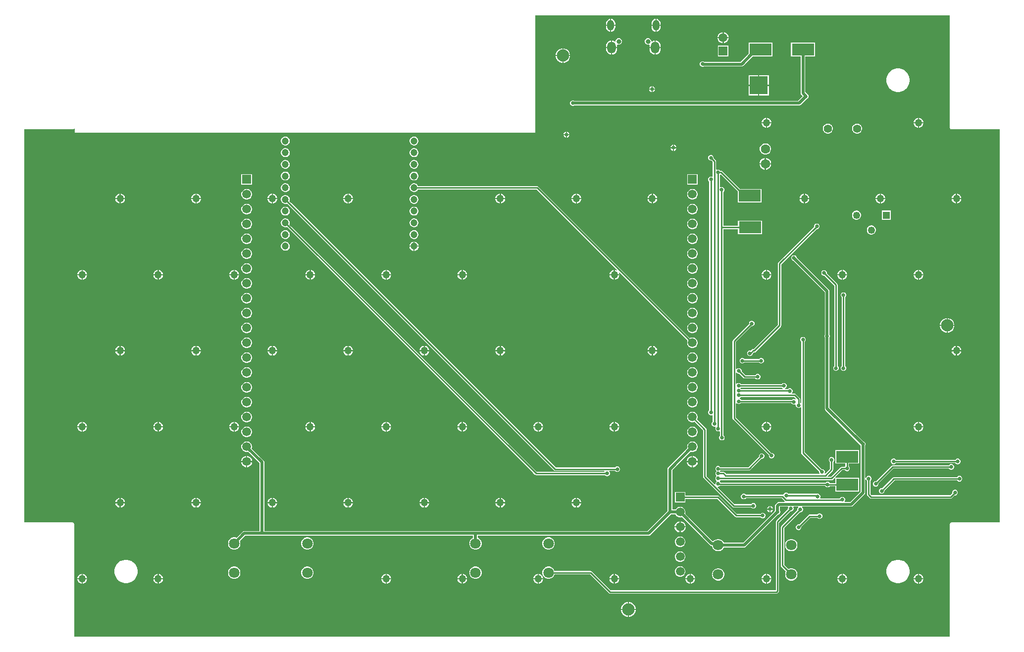
<source format=gbr>
%TF.GenerationSoftware,Altium Limited,Altium Designer,21.6.1 (37)*%
G04 Layer_Physical_Order=2*
G04 Layer_Color=16711680*
%FSLAX43Y43*%
%MOMM*%
%TF.SameCoordinates,4DA2BED1-4599-47CA-9C3E-D857DBAA41EB*%
%TF.FilePolarity,Positive*%
%TF.FileFunction,Copper,L2,Bot,Signal*%
%TF.Part,Single*%
G01*
G75*
%TA.AperFunction,SMDPad,CuDef*%
%ADD27R,3.100X3.100*%
%TA.AperFunction,Conductor*%
%ADD30C,0.254*%
%ADD31C,0.500*%
%TA.AperFunction,ComponentPad*%
%ADD33C,2.100*%
%ADD34C,1.500*%
%ADD35C,1.200*%
%ADD36C,1.600*%
%ADD37C,1.800*%
%ADD38C,1.400*%
%ADD39R,1.500X1.500*%
%ADD40O,1.450X2.000*%
%ADD41O,1.150X1.800*%
%ADD42C,0.800*%
%ADD43R,1.250X1.250*%
%ADD44C,1.250*%
%TA.AperFunction,ViaPad*%
%ADD45C,0.650*%
%ADD46C,1.270*%
%ADD47C,0.750*%
%TA.AperFunction,SMDPad,CuDef*%
%ADD48R,3.800X2.030*%
G36*
X158372Y87127D02*
X158392Y87030D01*
X158447Y86947D01*
X158530Y86892D01*
X158627Y86872D01*
X166873D01*
X166879Y19717D01*
X166789Y19628D01*
X158627D01*
X158530Y19608D01*
X158447Y19553D01*
X158392Y19470D01*
X158372Y19373D01*
Y127D01*
X8627D01*
Y19373D01*
X8608Y19470D01*
X8553Y19553D01*
X8470Y19608D01*
X8373Y19628D01*
X127D01*
Y86872D01*
X8373D01*
X8470Y86892D01*
X8553Y86947D01*
X8588Y87000D01*
X8750D01*
X8750Y86250D01*
X87500D01*
Y106372D01*
X158372D01*
Y87127D01*
D02*
G37*
%LPC*%
G36*
X108225Y105744D02*
Y104750D01*
X108907D01*
Y104975D01*
X108880Y105177D01*
X108802Y105366D01*
X108678Y105528D01*
X108516Y105652D01*
X108327Y105730D01*
X108225Y105744D01*
D02*
G37*
G36*
X100475D02*
Y104750D01*
X101157D01*
Y104975D01*
X101130Y105177D01*
X101052Y105366D01*
X100928Y105528D01*
X100766Y105652D01*
X100577Y105730D01*
X100475Y105744D01*
D02*
G37*
G36*
X100275D02*
X100173Y105730D01*
X99984Y105652D01*
X99822Y105528D01*
X99698Y105366D01*
X99620Y105177D01*
X99593Y104975D01*
Y104750D01*
X100275D01*
Y105744D01*
D02*
G37*
G36*
X108025D02*
X107923Y105730D01*
X107734Y105652D01*
X107572Y105528D01*
X107448Y105366D01*
X107370Y105177D01*
X107343Y104975D01*
Y104750D01*
X108025D01*
Y105744D01*
D02*
G37*
G36*
X108907Y104550D02*
X108225D01*
Y103556D01*
X108327Y103570D01*
X108516Y103648D01*
X108678Y103772D01*
X108802Y103934D01*
X108880Y104123D01*
X108907Y104325D01*
Y104550D01*
D02*
G37*
G36*
X100275D02*
X99593D01*
Y104325D01*
X99620Y104123D01*
X99698Y103934D01*
X99822Y103772D01*
X99984Y103648D01*
X100173Y103570D01*
X100275Y103556D01*
Y104550D01*
D02*
G37*
G36*
X101157D02*
X100475D01*
Y103556D01*
X100577Y103570D01*
X100766Y103648D01*
X100928Y103772D01*
X101052Y103934D01*
X101130Y104123D01*
X101157Y104325D01*
Y104550D01*
D02*
G37*
G36*
X108025D02*
X107343D01*
Y104325D01*
X107370Y104123D01*
X107448Y103934D01*
X107572Y103772D01*
X107734Y103648D01*
X107923Y103570D01*
X108025Y103556D01*
Y104550D01*
D02*
G37*
G36*
X119725Y103490D02*
X119700D01*
Y102640D01*
X120550D01*
Y102665D01*
X120485Y102907D01*
X120360Y103123D01*
X120183Y103300D01*
X119967Y103425D01*
X119725Y103490D01*
D02*
G37*
G36*
X119500D02*
X119475D01*
X119233Y103425D01*
X119017Y103300D01*
X118840Y103123D01*
X118715Y102907D01*
X118650Y102665D01*
Y102640D01*
X119500D01*
Y103490D01*
D02*
G37*
G36*
X101859Y102450D02*
X101641D01*
X101438Y102366D01*
X101284Y102212D01*
X101200Y102009D01*
Y101933D01*
X101073Y101870D01*
X100991Y101933D01*
X100766Y102026D01*
X100625Y102045D01*
Y100950D01*
X101458D01*
Y101125D01*
X101435Y101298D01*
X101549Y101388D01*
X101641Y101350D01*
X101859D01*
X102062Y101434D01*
X102216Y101588D01*
X102300Y101791D01*
Y102009D01*
X102216Y102212D01*
X102062Y102366D01*
X101859Y102450D01*
D02*
G37*
G36*
X120550Y102440D02*
X119700D01*
Y101590D01*
X119725D01*
X119967Y101655D01*
X120183Y101780D01*
X120360Y101957D01*
X120485Y102173D01*
X120550Y102415D01*
Y102440D01*
D02*
G37*
G36*
X119500D02*
X118650D01*
Y102415D01*
X118715Y102173D01*
X118840Y101957D01*
X119017Y101780D01*
X119233Y101655D01*
X119475Y101590D01*
X119500D01*
Y102440D01*
D02*
G37*
G36*
X108075Y102045D02*
Y100950D01*
X108908D01*
Y101125D01*
X108876Y101366D01*
X108783Y101591D01*
X108635Y101785D01*
X108441Y101933D01*
X108216Y102026D01*
X108075Y102045D01*
D02*
G37*
G36*
X100425D02*
X100284Y102026D01*
X100059Y101933D01*
X99865Y101785D01*
X99717Y101591D01*
X99624Y101366D01*
X99592Y101125D01*
Y100950D01*
X100425D01*
Y102045D01*
D02*
G37*
G36*
X106859Y102450D02*
X106641D01*
X106438Y102366D01*
X106284Y102212D01*
X106200Y102009D01*
Y101791D01*
X106284Y101588D01*
X106438Y101434D01*
X106641Y101350D01*
X106859D01*
X106951Y101388D01*
X107065Y101298D01*
X107042Y101125D01*
Y100950D01*
X107875D01*
Y102045D01*
X107734Y102026D01*
X107509Y101933D01*
X107427Y101870D01*
X107300Y101933D01*
Y102009D01*
X107216Y102212D01*
X107062Y102366D01*
X106859Y102450D01*
D02*
G37*
G36*
X108908Y100750D02*
X108075D01*
Y99655D01*
X108216Y99674D01*
X108441Y99767D01*
X108635Y99915D01*
X108783Y100109D01*
X108876Y100334D01*
X108908Y100575D01*
Y100750D01*
D02*
G37*
G36*
X100425D02*
X99592D01*
Y100575D01*
X99624Y100334D01*
X99717Y100109D01*
X99865Y99915D01*
X100059Y99767D01*
X100284Y99674D01*
X100425Y99655D01*
Y100750D01*
D02*
G37*
G36*
X101458D02*
X100625D01*
Y99655D01*
X100766Y99674D01*
X100991Y99767D01*
X101185Y99915D01*
X101333Y100109D01*
X101426Y100334D01*
X101458Y100575D01*
Y100750D01*
D02*
G37*
G36*
X107875D02*
X107042D01*
Y100575D01*
X107074Y100334D01*
X107167Y100109D01*
X107315Y99915D01*
X107509Y99767D01*
X107734Y99674D01*
X107875Y99655D01*
Y100750D01*
D02*
G37*
G36*
X92365Y100719D02*
X92300D01*
Y99569D01*
X93450D01*
Y99634D01*
X93365Y99952D01*
X93200Y100237D01*
X92968Y100470D01*
X92682Y100634D01*
X92365Y100719D01*
D02*
G37*
G36*
X92100D02*
X92035D01*
X91718Y100634D01*
X91432Y100470D01*
X91200Y100237D01*
X91035Y99952D01*
X90950Y99634D01*
Y99569D01*
X92100D01*
Y100719D01*
D02*
G37*
G36*
X120500Y101160D02*
X118700D01*
Y99360D01*
X120500D01*
Y101160D01*
D02*
G37*
G36*
X128071Y101665D02*
X123971D01*
Y99797D01*
X122581Y98408D01*
X116385D01*
X116369Y98423D01*
X116194Y98496D01*
X116006D01*
X115831Y98423D01*
X115697Y98290D01*
X115625Y98115D01*
Y97926D01*
X115697Y97752D01*
X115831Y97618D01*
X116006Y97546D01*
X116194D01*
X116307Y97592D01*
X122750D01*
X122750Y97592D01*
X122906Y97623D01*
X123038Y97712D01*
X124659Y99332D01*
X124659Y99332D01*
X124661Y99335D01*
X128071D01*
Y101665D01*
D02*
G37*
G36*
X93450Y99369D02*
X92300D01*
Y98219D01*
X92365D01*
X92682Y98304D01*
X92968Y98469D01*
X93200Y98702D01*
X93365Y98987D01*
X93450Y99305D01*
Y99369D01*
D02*
G37*
G36*
X92100D02*
X90950D01*
Y99305D01*
X91035Y98987D01*
X91200Y98702D01*
X91432Y98469D01*
X91718Y98304D01*
X92035Y98219D01*
X92100D01*
Y99369D01*
D02*
G37*
G36*
X127434Y96134D02*
X125784D01*
Y94484D01*
X127434D01*
Y96134D01*
D02*
G37*
G36*
X125584D02*
X123934D01*
Y94484D01*
X125584D01*
Y96134D01*
D02*
G37*
G36*
X107548Y94259D02*
X107543D01*
Y93834D01*
X107968D01*
Y93839D01*
X107888Y94031D01*
X107741Y94179D01*
X107548Y94259D01*
D02*
G37*
G36*
X107343D02*
X107339D01*
X107146Y94179D01*
X106998Y94031D01*
X106918Y93839D01*
Y93834D01*
X107343D01*
Y94259D01*
D02*
G37*
G36*
X149697Y97250D02*
X149303D01*
X148917Y97173D01*
X148553Y97022D01*
X148225Y96803D01*
X147947Y96525D01*
X147728Y96197D01*
X147577Y95833D01*
X147500Y95447D01*
Y95053D01*
X147577Y94667D01*
X147728Y94303D01*
X147947Y93975D01*
X148225Y93697D01*
X148553Y93478D01*
X148917Y93327D01*
X149303Y93250D01*
X149697D01*
X150083Y93327D01*
X150447Y93478D01*
X150775Y93697D01*
X151053Y93975D01*
X151272Y94303D01*
X151423Y94667D01*
X151500Y95053D01*
Y95447D01*
X151423Y95833D01*
X151272Y96197D01*
X151053Y96525D01*
X150775Y96803D01*
X150447Y97022D01*
X150083Y97173D01*
X149697Y97250D01*
D02*
G37*
G36*
X107968Y93634D02*
X107543D01*
Y93209D01*
X107548D01*
X107741Y93289D01*
X107888Y93437D01*
X107968Y93630D01*
Y93634D01*
D02*
G37*
G36*
X107343D02*
X106918D01*
Y93630D01*
X106998Y93437D01*
X107146Y93289D01*
X107339Y93209D01*
X107343D01*
Y93634D01*
D02*
G37*
G36*
X127434Y94284D02*
X125784D01*
Y92634D01*
X127434D01*
Y94284D01*
D02*
G37*
G36*
X125584D02*
X123934D01*
Y92634D01*
X125584D01*
Y94284D01*
D02*
G37*
G36*
X135300Y101665D02*
X131200D01*
Y99335D01*
X132842D01*
Y93041D01*
X132842Y93041D01*
X132873Y92885D01*
X132962Y92752D01*
X133194Y92520D01*
X132406Y91733D01*
X94157D01*
X93994Y91800D01*
X93806D01*
X93631Y91728D01*
X93497Y91594D01*
X93425Y91419D01*
Y91231D01*
X93497Y91056D01*
X93631Y90922D01*
X93806Y90850D01*
X93994D01*
X94157Y90917D01*
X132575D01*
X132575Y90917D01*
X132731Y90948D01*
X132863Y91037D01*
X133857Y92030D01*
X134019Y92097D01*
X134153Y92231D01*
X134225Y92406D01*
Y92594D01*
X134153Y92769D01*
X134019Y92903D01*
X133926Y92941D01*
X133658Y93210D01*
Y99335D01*
X135300D01*
Y101665D01*
D02*
G37*
G36*
X153110Y88835D02*
X153100D01*
Y88100D01*
X153835D01*
Y88110D01*
X153778Y88322D01*
X153668Y88513D01*
X153513Y88668D01*
X153322Y88778D01*
X153110Y88835D01*
D02*
G37*
G36*
X152900D02*
X152890D01*
X152678Y88778D01*
X152487Y88668D01*
X152332Y88513D01*
X152222Y88322D01*
X152165Y88110D01*
Y88100D01*
X152900D01*
Y88835D01*
D02*
G37*
G36*
X127110D02*
X127100D01*
Y88100D01*
X127835D01*
Y88110D01*
X127778Y88322D01*
X127668Y88513D01*
X127513Y88668D01*
X127322Y88778D01*
X127110Y88835D01*
D02*
G37*
G36*
X126900D02*
X126890D01*
X126678Y88778D01*
X126487Y88668D01*
X126332Y88513D01*
X126222Y88322D01*
X126165Y88110D01*
Y88100D01*
X126900D01*
Y88835D01*
D02*
G37*
G36*
X153835Y87900D02*
X153100D01*
Y87165D01*
X153110D01*
X153322Y87222D01*
X153513Y87332D01*
X153668Y87487D01*
X153778Y87678D01*
X153835Y87890D01*
Y87900D01*
D02*
G37*
G36*
X152900D02*
X152165D01*
Y87890D01*
X152222Y87678D01*
X152332Y87487D01*
X152487Y87332D01*
X152678Y87222D01*
X152890Y87165D01*
X152900D01*
Y87900D01*
D02*
G37*
G36*
X127835D02*
X127100D01*
Y87165D01*
X127110D01*
X127322Y87222D01*
X127513Y87332D01*
X127668Y87487D01*
X127778Y87678D01*
X127835Y87890D01*
Y87900D01*
D02*
G37*
G36*
X126900D02*
X126165D01*
Y87890D01*
X126222Y87678D01*
X126332Y87487D01*
X126487Y87332D01*
X126678Y87222D01*
X126890Y87165D01*
X126900D01*
Y87900D01*
D02*
G37*
G36*
X142612Y87850D02*
X142388D01*
X142172Y87792D01*
X141978Y87680D01*
X141820Y87522D01*
X141708Y87328D01*
X141650Y87112D01*
Y86888D01*
X141708Y86672D01*
X141820Y86478D01*
X141978Y86320D01*
X142172Y86208D01*
X142388Y86150D01*
X142612D01*
X142828Y86208D01*
X143022Y86320D01*
X143180Y86478D01*
X143292Y86672D01*
X143350Y86888D01*
Y87112D01*
X143292Y87328D01*
X143180Y87522D01*
X143022Y87680D01*
X142828Y87792D01*
X142612Y87850D01*
D02*
G37*
G36*
X137612D02*
X137388D01*
X137172Y87792D01*
X136978Y87680D01*
X136820Y87522D01*
X136708Y87328D01*
X136650Y87112D01*
Y86888D01*
X136708Y86672D01*
X136820Y86478D01*
X136978Y86320D01*
X137172Y86208D01*
X137388Y86150D01*
X137612D01*
X137828Y86208D01*
X138022Y86320D01*
X138180Y86478D01*
X138292Y86672D01*
X138350Y86888D01*
Y87112D01*
X138292Y87328D01*
X138180Y87522D01*
X138022Y87680D01*
X137828Y87792D01*
X137612Y87850D01*
D02*
G37*
G36*
X92929Y86491D02*
X92925D01*
Y86066D01*
X93350D01*
Y86070D01*
X93270Y86263D01*
X93122Y86411D01*
X92929Y86491D01*
D02*
G37*
G36*
X92725D02*
X92721D01*
X92528Y86411D01*
X92380Y86263D01*
X92300Y86070D01*
Y86066D01*
X92725D01*
Y86491D01*
D02*
G37*
G36*
X93350Y85866D02*
X92925D01*
Y85441D01*
X92929D01*
X93122Y85521D01*
X93270Y85669D01*
X93350Y85861D01*
Y85866D01*
D02*
G37*
G36*
X92725D02*
X92300D01*
Y85861D01*
X92380Y85669D01*
X92528Y85521D01*
X92721Y85441D01*
X92725D01*
Y85866D01*
D02*
G37*
G36*
X66849Y85620D02*
X66651D01*
X66461Y85569D01*
X66289Y85470D01*
X66150Y85331D01*
X66051Y85160D01*
X66000Y84969D01*
Y84771D01*
X66051Y84581D01*
X66150Y84410D01*
X66289Y84270D01*
X66461Y84171D01*
X66651Y84120D01*
X66849D01*
X67039Y84171D01*
X67211Y84270D01*
X67350Y84410D01*
X67449Y84581D01*
X67500Y84771D01*
Y84969D01*
X67449Y85160D01*
X67350Y85331D01*
X67211Y85470D01*
X67039Y85569D01*
X66849Y85620D01*
D02*
G37*
G36*
X44849D02*
X44651D01*
X44461Y85569D01*
X44289Y85470D01*
X44150Y85331D01*
X44051Y85160D01*
X44000Y84969D01*
Y84771D01*
X44051Y84581D01*
X44150Y84410D01*
X44289Y84270D01*
X44461Y84171D01*
X44651Y84120D01*
X44849D01*
X45039Y84171D01*
X45211Y84270D01*
X45350Y84410D01*
X45449Y84581D01*
X45500Y84771D01*
Y84969D01*
X45449Y85160D01*
X45350Y85331D01*
X45211Y85470D01*
X45039Y85569D01*
X44849Y85620D01*
D02*
G37*
G36*
X111210Y84243D02*
X111205D01*
Y83818D01*
X111630D01*
Y83823D01*
X111550Y84015D01*
X111402Y84163D01*
X111210Y84243D01*
D02*
G37*
G36*
X111005D02*
X111001D01*
X110808Y84163D01*
X110660Y84015D01*
X110580Y83823D01*
Y83818D01*
X111005D01*
Y84243D01*
D02*
G37*
G36*
X111630Y83618D02*
X111205D01*
Y83193D01*
X111210D01*
X111402Y83273D01*
X111550Y83421D01*
X111630Y83614D01*
Y83618D01*
D02*
G37*
G36*
X111005D02*
X110580D01*
Y83614D01*
X110660Y83421D01*
X110808Y83273D01*
X111001Y83193D01*
X111005D01*
Y83618D01*
D02*
G37*
G36*
X126946Y84465D02*
X126696D01*
X126454Y84400D01*
X126237Y84275D01*
X126060Y84098D01*
X125935Y83882D01*
X125871Y83640D01*
Y83390D01*
X125935Y83148D01*
X126060Y82932D01*
X126237Y82755D01*
X126454Y82630D01*
X126696Y82565D01*
X126946D01*
X127187Y82630D01*
X127404Y82755D01*
X127581Y82932D01*
X127706Y83148D01*
X127771Y83390D01*
Y83640D01*
X127706Y83882D01*
X127581Y84098D01*
X127404Y84275D01*
X127187Y84400D01*
X126946Y84465D01*
D02*
G37*
G36*
X66849Y83620D02*
X66651D01*
X66461Y83569D01*
X66289Y83470D01*
X66150Y83331D01*
X66051Y83160D01*
X66000Y82969D01*
Y82771D01*
X66051Y82581D01*
X66150Y82410D01*
X66289Y82270D01*
X66461Y82171D01*
X66651Y82120D01*
X66849D01*
X67039Y82171D01*
X67211Y82270D01*
X67350Y82410D01*
X67449Y82581D01*
X67500Y82771D01*
Y82969D01*
X67449Y83160D01*
X67350Y83331D01*
X67211Y83470D01*
X67039Y83569D01*
X66849Y83620D01*
D02*
G37*
G36*
X44849D02*
X44651D01*
X44461Y83569D01*
X44289Y83470D01*
X44150Y83331D01*
X44051Y83160D01*
X44000Y82969D01*
Y82771D01*
X44051Y82581D01*
X44150Y82410D01*
X44289Y82270D01*
X44461Y82171D01*
X44651Y82120D01*
X44849D01*
X45039Y82171D01*
X45211Y82270D01*
X45350Y82410D01*
X45449Y82581D01*
X45500Y82771D01*
Y82969D01*
X45449Y83160D01*
X45350Y83331D01*
X45211Y83470D01*
X45039Y83569D01*
X44849Y83620D01*
D02*
G37*
G36*
X126952Y81975D02*
X126921D01*
Y81075D01*
X127821D01*
Y81107D01*
X127752Y81361D01*
X127621Y81589D01*
X127435Y81775D01*
X127207Y81907D01*
X126952Y81975D01*
D02*
G37*
G36*
X126721D02*
X126689D01*
X126435Y81907D01*
X126207Y81775D01*
X126020Y81589D01*
X125889Y81361D01*
X125821Y81107D01*
Y81075D01*
X126721D01*
Y81975D01*
D02*
G37*
G36*
X66849Y81620D02*
X66651D01*
X66461Y81569D01*
X66289Y81470D01*
X66150Y81331D01*
X66051Y81160D01*
X66000Y80969D01*
Y80771D01*
X66051Y80581D01*
X66150Y80410D01*
X66289Y80270D01*
X66461Y80171D01*
X66651Y80120D01*
X66849D01*
X67039Y80171D01*
X67211Y80270D01*
X67350Y80410D01*
X67449Y80581D01*
X67500Y80771D01*
Y80969D01*
X67449Y81160D01*
X67350Y81331D01*
X67211Y81470D01*
X67039Y81569D01*
X66849Y81620D01*
D02*
G37*
G36*
X44849D02*
X44651D01*
X44461Y81569D01*
X44289Y81470D01*
X44150Y81331D01*
X44051Y81160D01*
X44000Y80969D01*
Y80771D01*
X44051Y80581D01*
X44150Y80410D01*
X44289Y80270D01*
X44461Y80171D01*
X44651Y80120D01*
X44849D01*
X45039Y80171D01*
X45211Y80270D01*
X45350Y80410D01*
X45449Y80581D01*
X45500Y80771D01*
Y80969D01*
X45449Y81160D01*
X45350Y81331D01*
X45211Y81470D01*
X45039Y81569D01*
X44849Y81620D01*
D02*
G37*
G36*
X127821Y80875D02*
X126921D01*
Y79975D01*
X126952D01*
X127207Y80043D01*
X127435Y80175D01*
X127621Y80361D01*
X127752Y80589D01*
X127821Y80843D01*
Y80875D01*
D02*
G37*
G36*
X126721D02*
X125821D01*
Y80843D01*
X125889Y80589D01*
X126020Y80361D01*
X126207Y80175D01*
X126435Y80043D01*
X126689Y79975D01*
X126721D01*
Y80875D01*
D02*
G37*
G36*
X66849Y79620D02*
X66651D01*
X66461Y79569D01*
X66289Y79470D01*
X66150Y79331D01*
X66051Y79160D01*
X66000Y78969D01*
Y78771D01*
X66051Y78581D01*
X66150Y78410D01*
X66289Y78270D01*
X66461Y78171D01*
X66651Y78120D01*
X66849D01*
X67039Y78171D01*
X67211Y78270D01*
X67350Y78410D01*
X67449Y78581D01*
X67500Y78771D01*
Y78969D01*
X67449Y79160D01*
X67350Y79331D01*
X67211Y79470D01*
X67039Y79569D01*
X66849Y79620D01*
D02*
G37*
G36*
X44849D02*
X44651D01*
X44461Y79569D01*
X44289Y79470D01*
X44150Y79331D01*
X44051Y79160D01*
X44000Y78969D01*
Y78771D01*
X44051Y78581D01*
X44150Y78410D01*
X44289Y78270D01*
X44461Y78171D01*
X44651Y78120D01*
X44849D01*
X45039Y78171D01*
X45211Y78270D01*
X45350Y78410D01*
X45449Y78581D01*
X45500Y78771D01*
Y78969D01*
X45449Y79160D01*
X45350Y79331D01*
X45211Y79470D01*
X45039Y79569D01*
X44849Y79620D01*
D02*
G37*
G36*
X115241Y79195D02*
X113441D01*
Y77395D01*
X115241D01*
Y79195D01*
D02*
G37*
G36*
X39031D02*
X37231D01*
Y77395D01*
X39031D01*
Y79195D01*
D02*
G37*
G36*
X44849Y77620D02*
X44651D01*
X44461Y77569D01*
X44289Y77470D01*
X44150Y77331D01*
X44051Y77160D01*
X44000Y76969D01*
Y76771D01*
X44051Y76581D01*
X44150Y76410D01*
X44289Y76270D01*
X44461Y76171D01*
X44651Y76120D01*
X44849D01*
X45039Y76171D01*
X45211Y76270D01*
X45350Y76410D01*
X45449Y76581D01*
X45500Y76771D01*
Y76969D01*
X45449Y77160D01*
X45350Y77331D01*
X45211Y77470D01*
X45039Y77569D01*
X44849Y77620D01*
D02*
G37*
G36*
X159610Y75835D02*
X159600D01*
Y75100D01*
X160335D01*
Y75110D01*
X160278Y75322D01*
X160168Y75513D01*
X160013Y75668D01*
X159822Y75778D01*
X159610Y75835D01*
D02*
G37*
G36*
X159400D02*
X159390D01*
X159178Y75778D01*
X158987Y75668D01*
X158832Y75513D01*
X158722Y75322D01*
X158665Y75110D01*
Y75100D01*
X159400D01*
Y75835D01*
D02*
G37*
G36*
X146610D02*
X146600D01*
Y75100D01*
X147335D01*
Y75110D01*
X147278Y75322D01*
X147168Y75513D01*
X147013Y75668D01*
X146822Y75778D01*
X146610Y75835D01*
D02*
G37*
G36*
X146400D02*
X146390D01*
X146178Y75778D01*
X145987Y75668D01*
X145832Y75513D01*
X145722Y75322D01*
X145665Y75110D01*
Y75100D01*
X146400D01*
Y75835D01*
D02*
G37*
G36*
X133610D02*
X133600D01*
Y75100D01*
X134335D01*
Y75110D01*
X134278Y75322D01*
X134168Y75513D01*
X134013Y75668D01*
X133822Y75778D01*
X133610Y75835D01*
D02*
G37*
G36*
X133400D02*
X133390D01*
X133178Y75778D01*
X132987Y75668D01*
X132832Y75513D01*
X132722Y75322D01*
X132665Y75110D01*
Y75100D01*
X133400D01*
Y75835D01*
D02*
G37*
G36*
X107610D02*
X107600D01*
Y75100D01*
X108335D01*
Y75110D01*
X108278Y75322D01*
X108168Y75513D01*
X108013Y75668D01*
X107822Y75778D01*
X107610Y75835D01*
D02*
G37*
G36*
X107400D02*
X107390D01*
X107178Y75778D01*
X106987Y75668D01*
X106832Y75513D01*
X106722Y75322D01*
X106665Y75110D01*
Y75100D01*
X107400D01*
Y75835D01*
D02*
G37*
G36*
X94610D02*
X94600D01*
Y75100D01*
X95335D01*
Y75110D01*
X95278Y75322D01*
X95168Y75513D01*
X95013Y75668D01*
X94822Y75778D01*
X94610Y75835D01*
D02*
G37*
G36*
X94400D02*
X94390D01*
X94178Y75778D01*
X93987Y75668D01*
X93832Y75513D01*
X93722Y75322D01*
X93665Y75110D01*
Y75100D01*
X94400D01*
Y75835D01*
D02*
G37*
G36*
X81610D02*
X81600D01*
Y75100D01*
X82335D01*
Y75110D01*
X82278Y75322D01*
X82168Y75513D01*
X82013Y75668D01*
X81822Y75778D01*
X81610Y75835D01*
D02*
G37*
G36*
X81400D02*
X81390D01*
X81178Y75778D01*
X80987Y75668D01*
X80832Y75513D01*
X80722Y75322D01*
X80665Y75110D01*
Y75100D01*
X81400D01*
Y75835D01*
D02*
G37*
G36*
X55610D02*
X55600D01*
Y75100D01*
X56335D01*
Y75110D01*
X56278Y75322D01*
X56168Y75513D01*
X56013Y75668D01*
X55822Y75778D01*
X55610Y75835D01*
D02*
G37*
G36*
X55400D02*
X55390D01*
X55178Y75778D01*
X54987Y75668D01*
X54832Y75513D01*
X54722Y75322D01*
X54665Y75110D01*
Y75100D01*
X55400D01*
Y75835D01*
D02*
G37*
G36*
X42610D02*
X42600D01*
Y75100D01*
X43335D01*
Y75110D01*
X43278Y75322D01*
X43168Y75513D01*
X43013Y75668D01*
X42822Y75778D01*
X42610Y75835D01*
D02*
G37*
G36*
X42400D02*
X42390D01*
X42178Y75778D01*
X41987Y75668D01*
X41832Y75513D01*
X41722Y75322D01*
X41665Y75110D01*
Y75100D01*
X42400D01*
Y75835D01*
D02*
G37*
G36*
X29610D02*
X29600D01*
Y75100D01*
X30335D01*
Y75110D01*
X30278Y75322D01*
X30168Y75513D01*
X30013Y75668D01*
X29822Y75778D01*
X29610Y75835D01*
D02*
G37*
G36*
X29400D02*
X29390D01*
X29178Y75778D01*
X28987Y75668D01*
X28832Y75513D01*
X28722Y75322D01*
X28665Y75110D01*
Y75100D01*
X29400D01*
Y75835D01*
D02*
G37*
G36*
X16610D02*
X16600D01*
Y75100D01*
X17335D01*
Y75110D01*
X17278Y75322D01*
X17168Y75513D01*
X17013Y75668D01*
X16822Y75778D01*
X16610Y75835D01*
D02*
G37*
G36*
X16400D02*
X16390D01*
X16178Y75778D01*
X15987Y75668D01*
X15832Y75513D01*
X15722Y75322D01*
X15665Y75110D01*
Y75100D01*
X16400D01*
Y75835D01*
D02*
G37*
G36*
X114459Y76655D02*
X114222D01*
X113993Y76594D01*
X113788Y76475D01*
X113620Y76308D01*
X113502Y76102D01*
X113441Y75873D01*
Y75636D01*
X113502Y75408D01*
X113620Y75202D01*
X113788Y75035D01*
X113993Y74916D01*
X114222Y74855D01*
X114459D01*
X114688Y74916D01*
X114893Y75035D01*
X115061Y75202D01*
X115179Y75408D01*
X115241Y75636D01*
Y75873D01*
X115179Y76102D01*
X115061Y76308D01*
X114893Y76475D01*
X114688Y76594D01*
X114459Y76655D01*
D02*
G37*
G36*
X38249D02*
X38012D01*
X37783Y76594D01*
X37578Y76475D01*
X37410Y76308D01*
X37292Y76102D01*
X37231Y75873D01*
Y75636D01*
X37292Y75408D01*
X37410Y75202D01*
X37578Y75035D01*
X37783Y74916D01*
X38012Y74855D01*
X38249D01*
X38478Y74916D01*
X38683Y75035D01*
X38851Y75202D01*
X38969Y75408D01*
X39031Y75636D01*
Y75873D01*
X38969Y76102D01*
X38851Y76308D01*
X38683Y76475D01*
X38478Y76594D01*
X38249Y76655D01*
D02*
G37*
G36*
X117601Y82475D02*
X117412D01*
X117237Y82403D01*
X117103Y82269D01*
X117031Y82094D01*
Y81906D01*
X117103Y81731D01*
X117237Y81597D01*
X117412Y81525D01*
X117582D01*
X117832Y81275D01*
Y78801D01*
X117705Y78724D01*
X117594Y78770D01*
X117406D01*
X117231Y78698D01*
X117097Y78564D01*
X117025Y78389D01*
Y78201D01*
X117097Y78026D01*
X117224Y77900D01*
Y38833D01*
X117110Y38719D01*
X117037Y38544D01*
Y38355D01*
X117110Y38181D01*
X117243Y38047D01*
X117418Y37975D01*
X117607D01*
X117705Y38016D01*
X117832Y37932D01*
Y36859D01*
X117712Y36739D01*
X117639Y36564D01*
Y36375D01*
X117712Y36200D01*
X117845Y36067D01*
X118020Y35994D01*
X118209D01*
X118251Y36012D01*
X118273Y35996D01*
X118336Y35910D01*
X118276Y35764D01*
Y35575D01*
X118348Y35400D01*
X118482Y35267D01*
X118656Y35194D01*
X118845D01*
X118943Y35235D01*
X119070Y35151D01*
Y34505D01*
X118984Y34419D01*
X118912Y34244D01*
Y34056D01*
X118984Y33881D01*
X119118Y33747D01*
X119293Y33675D01*
X119482D01*
X119656Y33747D01*
X119790Y33881D01*
X119862Y34056D01*
Y34244D01*
X119790Y34419D01*
X119656Y34553D01*
X119635Y34561D01*
Y69803D01*
X122145D01*
Y68921D01*
X126245D01*
Y71251D01*
X122145D01*
Y70368D01*
X119635D01*
Y76126D01*
X119755Y76246D01*
X119828Y76421D01*
Y76609D01*
X119755Y76784D01*
X119622Y76918D01*
X119447Y76990D01*
X119258D01*
X119160Y76949D01*
X119033Y77033D01*
Y79111D01*
X119136Y79214D01*
X122084Y76266D01*
Y74335D01*
X126184D01*
Y76665D01*
X122484D01*
X119449Y79700D01*
X119357Y79761D01*
X119249Y79782D01*
X119249Y79782D01*
X119140D01*
X119020Y79903D01*
X118845Y79975D01*
X118656D01*
X118524Y79920D01*
X118397Y79984D01*
Y81392D01*
X118375Y81500D01*
X118314Y81592D01*
X118314Y81592D01*
X117981Y81924D01*
Y82094D01*
X117909Y82269D01*
X117775Y82403D01*
X117601Y82475D01*
D02*
G37*
G36*
X160335Y74900D02*
X159600D01*
Y74165D01*
X159610D01*
X159822Y74222D01*
X160013Y74332D01*
X160168Y74487D01*
X160278Y74678D01*
X160335Y74890D01*
Y74900D01*
D02*
G37*
G36*
X159400D02*
X158665D01*
Y74890D01*
X158722Y74678D01*
X158832Y74487D01*
X158987Y74332D01*
X159178Y74222D01*
X159390Y74165D01*
X159400D01*
Y74900D01*
D02*
G37*
G36*
X147335D02*
X146600D01*
Y74165D01*
X146610D01*
X146822Y74222D01*
X147013Y74332D01*
X147168Y74487D01*
X147278Y74678D01*
X147335Y74890D01*
Y74900D01*
D02*
G37*
G36*
X146400D02*
X145665D01*
Y74890D01*
X145722Y74678D01*
X145832Y74487D01*
X145987Y74332D01*
X146178Y74222D01*
X146390Y74165D01*
X146400D01*
Y74900D01*
D02*
G37*
G36*
X134335D02*
X133600D01*
Y74165D01*
X133610D01*
X133822Y74222D01*
X134013Y74332D01*
X134168Y74487D01*
X134278Y74678D01*
X134335Y74890D01*
Y74900D01*
D02*
G37*
G36*
X133400D02*
X132665D01*
Y74890D01*
X132722Y74678D01*
X132832Y74487D01*
X132987Y74332D01*
X133178Y74222D01*
X133390Y74165D01*
X133400D01*
Y74900D01*
D02*
G37*
G36*
X108335D02*
X107600D01*
Y74165D01*
X107610D01*
X107822Y74222D01*
X108013Y74332D01*
X108168Y74487D01*
X108278Y74678D01*
X108335Y74890D01*
Y74900D01*
D02*
G37*
G36*
X107400D02*
X106665D01*
Y74890D01*
X106722Y74678D01*
X106832Y74487D01*
X106987Y74332D01*
X107178Y74222D01*
X107390Y74165D01*
X107400D01*
Y74900D01*
D02*
G37*
G36*
X95335D02*
X94600D01*
Y74165D01*
X94610D01*
X94822Y74222D01*
X95013Y74332D01*
X95168Y74487D01*
X95278Y74678D01*
X95335Y74890D01*
Y74900D01*
D02*
G37*
G36*
X94400D02*
X93665D01*
Y74890D01*
X93722Y74678D01*
X93832Y74487D01*
X93987Y74332D01*
X94178Y74222D01*
X94390Y74165D01*
X94400D01*
Y74900D01*
D02*
G37*
G36*
X82335D02*
X81600D01*
Y74165D01*
X81610D01*
X81822Y74222D01*
X82013Y74332D01*
X82168Y74487D01*
X82278Y74678D01*
X82335Y74890D01*
Y74900D01*
D02*
G37*
G36*
X81400D02*
X80665D01*
Y74890D01*
X80722Y74678D01*
X80832Y74487D01*
X80987Y74332D01*
X81178Y74222D01*
X81390Y74165D01*
X81400D01*
Y74900D01*
D02*
G37*
G36*
X56335D02*
X55600D01*
Y74165D01*
X55610D01*
X55822Y74222D01*
X56013Y74332D01*
X56168Y74487D01*
X56278Y74678D01*
X56335Y74890D01*
Y74900D01*
D02*
G37*
G36*
X55400D02*
X54665D01*
Y74890D01*
X54722Y74678D01*
X54832Y74487D01*
X54987Y74332D01*
X55178Y74222D01*
X55390Y74165D01*
X55400D01*
Y74900D01*
D02*
G37*
G36*
X43335D02*
X42600D01*
Y74165D01*
X42610D01*
X42822Y74222D01*
X43013Y74332D01*
X43168Y74487D01*
X43278Y74678D01*
X43335Y74890D01*
Y74900D01*
D02*
G37*
G36*
X42400D02*
X41665D01*
Y74890D01*
X41722Y74678D01*
X41832Y74487D01*
X41987Y74332D01*
X42178Y74222D01*
X42390Y74165D01*
X42400D01*
Y74900D01*
D02*
G37*
G36*
X30335D02*
X29600D01*
Y74165D01*
X29610D01*
X29822Y74222D01*
X30013Y74332D01*
X30168Y74487D01*
X30278Y74678D01*
X30335Y74890D01*
Y74900D01*
D02*
G37*
G36*
X29400D02*
X28665D01*
Y74890D01*
X28722Y74678D01*
X28832Y74487D01*
X28987Y74332D01*
X29178Y74222D01*
X29390Y74165D01*
X29400D01*
Y74900D01*
D02*
G37*
G36*
X17335D02*
X16600D01*
Y74165D01*
X16610D01*
X16822Y74222D01*
X17013Y74332D01*
X17168Y74487D01*
X17278Y74678D01*
X17335Y74890D01*
Y74900D01*
D02*
G37*
G36*
X16400D02*
X15665D01*
Y74890D01*
X15722Y74678D01*
X15832Y74487D01*
X15987Y74332D01*
X16178Y74222D01*
X16390Y74165D01*
X16400D01*
Y74900D01*
D02*
G37*
G36*
X66849Y75620D02*
X66651D01*
X66461Y75569D01*
X66289Y75470D01*
X66150Y75331D01*
X66051Y75160D01*
X66000Y74969D01*
Y74771D01*
X66051Y74581D01*
X66150Y74410D01*
X66289Y74270D01*
X66461Y74171D01*
X66651Y74120D01*
X66849D01*
X67039Y74171D01*
X67211Y74270D01*
X67350Y74410D01*
X67449Y74581D01*
X67500Y74771D01*
Y74969D01*
X67449Y75160D01*
X67350Y75331D01*
X67211Y75470D01*
X67039Y75569D01*
X66849Y75620D01*
D02*
G37*
G36*
X114459Y74115D02*
X114222D01*
X113993Y74054D01*
X113788Y73935D01*
X113620Y73768D01*
X113502Y73562D01*
X113441Y73333D01*
Y73096D01*
X113502Y72868D01*
X113620Y72662D01*
X113788Y72495D01*
X113993Y72376D01*
X114222Y72315D01*
X114459D01*
X114688Y72376D01*
X114893Y72495D01*
X115061Y72662D01*
X115179Y72868D01*
X115241Y73096D01*
Y73333D01*
X115179Y73562D01*
X115061Y73768D01*
X114893Y73935D01*
X114688Y74054D01*
X114459Y74115D01*
D02*
G37*
G36*
X38249D02*
X38012D01*
X37783Y74054D01*
X37578Y73935D01*
X37410Y73768D01*
X37292Y73562D01*
X37231Y73333D01*
Y73096D01*
X37292Y72868D01*
X37410Y72662D01*
X37578Y72495D01*
X37783Y72376D01*
X38012Y72315D01*
X38249D01*
X38478Y72376D01*
X38683Y72495D01*
X38851Y72662D01*
X38969Y72868D01*
X39031Y73096D01*
Y73333D01*
X38969Y73562D01*
X38851Y73768D01*
X38683Y73935D01*
X38478Y74054D01*
X38249Y74115D01*
D02*
G37*
G36*
X66849Y73620D02*
X66651D01*
X66461Y73569D01*
X66289Y73470D01*
X66150Y73331D01*
X66051Y73160D01*
X66000Y72969D01*
Y72771D01*
X66051Y72581D01*
X66150Y72410D01*
X66289Y72270D01*
X66461Y72171D01*
X66651Y72120D01*
X66849D01*
X67039Y72171D01*
X67211Y72270D01*
X67350Y72410D01*
X67449Y72581D01*
X67500Y72771D01*
Y72969D01*
X67449Y73160D01*
X67350Y73331D01*
X67211Y73470D01*
X67039Y73569D01*
X66849Y73620D01*
D02*
G37*
G36*
X44849D02*
X44651D01*
X44461Y73569D01*
X44289Y73470D01*
X44150Y73331D01*
X44051Y73160D01*
X44000Y72969D01*
Y72771D01*
X44051Y72581D01*
X44150Y72410D01*
X44289Y72270D01*
X44461Y72171D01*
X44651Y72120D01*
X44849D01*
X45039Y72171D01*
X45211Y72270D01*
X45350Y72410D01*
X45449Y72581D01*
X45500Y72771D01*
Y72969D01*
X45449Y73160D01*
X45350Y73331D01*
X45211Y73470D01*
X45039Y73569D01*
X44849Y73620D01*
D02*
G37*
G36*
X148263Y72959D02*
X146713D01*
Y71409D01*
X148263D01*
Y72959D01*
D02*
G37*
G36*
X142510D02*
X142306D01*
X142109Y72906D01*
X141932Y72804D01*
X141787Y72660D01*
X141685Y72483D01*
X141633Y72286D01*
Y72082D01*
X141685Y71885D01*
X141787Y71708D01*
X141932Y71564D01*
X142109Y71462D01*
X142306Y71409D01*
X142510D01*
X142707Y71462D01*
X142883Y71564D01*
X143028Y71708D01*
X143130Y71885D01*
X143183Y72082D01*
Y72286D01*
X143130Y72483D01*
X143028Y72660D01*
X142883Y72804D01*
X142707Y72906D01*
X142510Y72959D01*
D02*
G37*
G36*
X66849Y71620D02*
X66651D01*
X66461Y71569D01*
X66289Y71470D01*
X66150Y71331D01*
X66051Y71160D01*
X66000Y70969D01*
Y70771D01*
X66051Y70581D01*
X66150Y70410D01*
X66289Y70270D01*
X66461Y70171D01*
X66651Y70120D01*
X66849D01*
X67039Y70171D01*
X67211Y70270D01*
X67350Y70410D01*
X67449Y70581D01*
X67500Y70771D01*
Y70969D01*
X67449Y71160D01*
X67350Y71331D01*
X67211Y71470D01*
X67039Y71569D01*
X66849Y71620D01*
D02*
G37*
G36*
X114459Y71575D02*
X114222D01*
X113993Y71514D01*
X113788Y71395D01*
X113620Y71228D01*
X113502Y71022D01*
X113441Y70793D01*
Y70557D01*
X113502Y70328D01*
X113620Y70122D01*
X113788Y69955D01*
X113993Y69836D01*
X114222Y69775D01*
X114459D01*
X114688Y69836D01*
X114893Y69955D01*
X115061Y70122D01*
X115179Y70328D01*
X115241Y70557D01*
Y70793D01*
X115179Y71022D01*
X115061Y71228D01*
X114893Y71395D01*
X114688Y71514D01*
X114459Y71575D01*
D02*
G37*
G36*
X38249D02*
X38012D01*
X37783Y71514D01*
X37578Y71395D01*
X37410Y71228D01*
X37292Y71022D01*
X37231Y70793D01*
Y70557D01*
X37292Y70328D01*
X37410Y70122D01*
X37578Y69955D01*
X37783Y69836D01*
X38012Y69775D01*
X38249D01*
X38478Y69836D01*
X38683Y69955D01*
X38851Y70122D01*
X38969Y70328D01*
X39031Y70557D01*
Y70793D01*
X38969Y71022D01*
X38851Y71228D01*
X38683Y71395D01*
X38478Y71514D01*
X38249Y71575D01*
D02*
G37*
G36*
X145050Y70419D02*
X144846D01*
X144648Y70366D01*
X144472Y70264D01*
X144327Y70120D01*
X144225Y69943D01*
X144173Y69746D01*
Y69542D01*
X144225Y69345D01*
X144327Y69168D01*
X144472Y69024D01*
X144648Y68922D01*
X144846Y68869D01*
X145050D01*
X145247Y68922D01*
X145423Y69024D01*
X145568Y69168D01*
X145670Y69345D01*
X145723Y69542D01*
Y69746D01*
X145670Y69943D01*
X145568Y70120D01*
X145423Y70264D01*
X145247Y70366D01*
X145050Y70419D01*
D02*
G37*
G36*
X66849Y69620D02*
X66651D01*
X66461Y69569D01*
X66289Y69470D01*
X66150Y69331D01*
X66051Y69160D01*
X66000Y68969D01*
Y68771D01*
X66051Y68581D01*
X66150Y68410D01*
X66289Y68270D01*
X66461Y68171D01*
X66651Y68120D01*
X66849D01*
X67039Y68171D01*
X67211Y68270D01*
X67350Y68410D01*
X67449Y68581D01*
X67500Y68771D01*
Y68969D01*
X67449Y69160D01*
X67350Y69331D01*
X67211Y69470D01*
X67039Y69569D01*
X66849Y69620D01*
D02*
G37*
G36*
X44849D02*
X44651D01*
X44461Y69569D01*
X44289Y69470D01*
X44150Y69331D01*
X44051Y69160D01*
X44000Y68969D01*
Y68771D01*
X44051Y68581D01*
X44150Y68410D01*
X44289Y68270D01*
X44461Y68171D01*
X44651Y68120D01*
X44849D01*
X45039Y68171D01*
X45211Y68270D01*
X45350Y68410D01*
X45449Y68581D01*
X45500Y68771D01*
Y68969D01*
X45449Y69160D01*
X45350Y69331D01*
X45211Y69470D01*
X45039Y69569D01*
X44849Y69620D01*
D02*
G37*
G36*
X114459Y69035D02*
X114222D01*
X113993Y68974D01*
X113788Y68855D01*
X113620Y68688D01*
X113502Y68482D01*
X113441Y68253D01*
Y68017D01*
X113502Y67788D01*
X113620Y67582D01*
X113788Y67415D01*
X113993Y67296D01*
X114222Y67235D01*
X114459D01*
X114688Y67296D01*
X114893Y67415D01*
X115061Y67582D01*
X115179Y67788D01*
X115241Y68017D01*
Y68253D01*
X115179Y68482D01*
X115061Y68688D01*
X114893Y68855D01*
X114688Y68974D01*
X114459Y69035D01*
D02*
G37*
G36*
X38249D02*
X38012D01*
X37783Y68974D01*
X37578Y68855D01*
X37410Y68688D01*
X37292Y68482D01*
X37231Y68253D01*
Y68017D01*
X37292Y67788D01*
X37410Y67582D01*
X37578Y67415D01*
X37783Y67296D01*
X38012Y67235D01*
X38249D01*
X38478Y67296D01*
X38683Y67415D01*
X38851Y67582D01*
X38969Y67788D01*
X39031Y68017D01*
Y68253D01*
X38969Y68482D01*
X38851Y68688D01*
X38683Y68855D01*
X38478Y68974D01*
X38249Y69035D01*
D02*
G37*
G36*
X66855Y67670D02*
X66850D01*
Y66970D01*
X67550D01*
Y66975D01*
X67495Y67179D01*
X67390Y67361D01*
X67241Y67510D01*
X67059Y67616D01*
X66855Y67670D01*
D02*
G37*
G36*
X66650D02*
X66645D01*
X66441Y67616D01*
X66259Y67510D01*
X66110Y67361D01*
X66005Y67179D01*
X65950Y66975D01*
Y66970D01*
X66650D01*
Y67670D01*
D02*
G37*
G36*
X44849Y67620D02*
X44651D01*
X44461Y67569D01*
X44289Y67470D01*
X44150Y67331D01*
X44051Y67160D01*
X44000Y66969D01*
Y66771D01*
X44051Y66581D01*
X44150Y66410D01*
X44289Y66270D01*
X44461Y66171D01*
X44651Y66120D01*
X44849D01*
X45039Y66171D01*
X45211Y66270D01*
X45350Y66410D01*
X45449Y66581D01*
X45500Y66771D01*
Y66969D01*
X45449Y67160D01*
X45350Y67331D01*
X45211Y67470D01*
X45039Y67569D01*
X44849Y67620D01*
D02*
G37*
G36*
X67550Y66770D02*
X66850D01*
Y66070D01*
X66855D01*
X67059Y66125D01*
X67241Y66230D01*
X67390Y66379D01*
X67495Y66561D01*
X67550Y66765D01*
Y66770D01*
D02*
G37*
G36*
X66650D02*
X65950D01*
Y66765D01*
X66005Y66561D01*
X66110Y66379D01*
X66259Y66230D01*
X66441Y66125D01*
X66645Y66070D01*
X66650D01*
Y66770D01*
D02*
G37*
G36*
X114459Y66495D02*
X114222D01*
X113993Y66434D01*
X113788Y66315D01*
X113620Y66148D01*
X113502Y65942D01*
X113441Y65713D01*
Y65477D01*
X113502Y65248D01*
X113620Y65042D01*
X113788Y64875D01*
X113993Y64756D01*
X114222Y64695D01*
X114459D01*
X114688Y64756D01*
X114893Y64875D01*
X115061Y65042D01*
X115179Y65248D01*
X115241Y65477D01*
Y65713D01*
X115179Y65942D01*
X115061Y66148D01*
X114893Y66315D01*
X114688Y66434D01*
X114459Y66495D01*
D02*
G37*
G36*
X38249D02*
X38012D01*
X37783Y66434D01*
X37578Y66315D01*
X37410Y66148D01*
X37292Y65942D01*
X37231Y65713D01*
Y65477D01*
X37292Y65248D01*
X37410Y65042D01*
X37578Y64875D01*
X37783Y64756D01*
X38012Y64695D01*
X38249D01*
X38478Y64756D01*
X38683Y64875D01*
X38851Y65042D01*
X38969Y65248D01*
X39031Y65477D01*
Y65713D01*
X38969Y65942D01*
X38851Y66148D01*
X38683Y66315D01*
X38478Y66434D01*
X38249Y66495D01*
D02*
G37*
G36*
X66849Y77620D02*
X66651D01*
X66461Y77569D01*
X66289Y77470D01*
X66150Y77331D01*
X66051Y77160D01*
X66000Y76969D01*
Y76771D01*
X66051Y76581D01*
X66150Y76410D01*
X66289Y76270D01*
X66461Y76171D01*
X66651Y76120D01*
X66849D01*
X67039Y76171D01*
X67211Y76270D01*
X67350Y76410D01*
X67449Y76581D01*
X67451Y76588D01*
X87709D01*
X101439Y62858D01*
X101361Y62756D01*
X101322Y62778D01*
X101110Y62835D01*
X101100D01*
Y62100D01*
X101835D01*
Y62110D01*
X101778Y62322D01*
X101756Y62361D01*
X101858Y62439D01*
X113536Y50761D01*
X113502Y50702D01*
X113441Y50473D01*
Y50236D01*
X113502Y50008D01*
X113620Y49802D01*
X113788Y49635D01*
X113993Y49516D01*
X114222Y49455D01*
X114459D01*
X114688Y49516D01*
X114893Y49635D01*
X115061Y49802D01*
X115179Y50008D01*
X115241Y50236D01*
Y50473D01*
X115179Y50702D01*
X115061Y50908D01*
X114893Y51075D01*
X114688Y51194D01*
X114459Y51255D01*
X114222D01*
X113993Y51194D01*
X113935Y51160D01*
X88025Y77070D01*
X87934Y77131D01*
X87826Y77153D01*
X87826Y77153D01*
X67451D01*
X67449Y77160D01*
X67350Y77331D01*
X67211Y77470D01*
X67039Y77569D01*
X66849Y77620D01*
D02*
G37*
G36*
X114459Y63955D02*
X114222D01*
X113993Y63894D01*
X113788Y63775D01*
X113620Y63608D01*
X113502Y63402D01*
X113441Y63173D01*
Y62937D01*
X113502Y62708D01*
X113620Y62502D01*
X113788Y62335D01*
X113993Y62216D01*
X114222Y62155D01*
X114459D01*
X114688Y62216D01*
X114893Y62335D01*
X115061Y62502D01*
X115179Y62708D01*
X115241Y62937D01*
Y63173D01*
X115179Y63402D01*
X115061Y63608D01*
X114893Y63775D01*
X114688Y63894D01*
X114459Y63955D01*
D02*
G37*
G36*
X38249D02*
X38012D01*
X37783Y63894D01*
X37578Y63775D01*
X37410Y63608D01*
X37292Y63402D01*
X37231Y63173D01*
Y62937D01*
X37292Y62708D01*
X37410Y62502D01*
X37578Y62335D01*
X37783Y62216D01*
X38012Y62155D01*
X38249D01*
X38478Y62216D01*
X38683Y62335D01*
X38851Y62502D01*
X38969Y62708D01*
X39031Y62937D01*
Y63173D01*
X38969Y63402D01*
X38851Y63608D01*
X38683Y63775D01*
X38478Y63894D01*
X38249Y63955D01*
D02*
G37*
G36*
X153110Y62835D02*
X153100D01*
Y62100D01*
X153835D01*
Y62110D01*
X153778Y62322D01*
X153668Y62513D01*
X153513Y62668D01*
X153322Y62778D01*
X153110Y62835D01*
D02*
G37*
G36*
X152900D02*
X152890D01*
X152678Y62778D01*
X152487Y62668D01*
X152332Y62513D01*
X152222Y62322D01*
X152165Y62110D01*
Y62100D01*
X152900D01*
Y62835D01*
D02*
G37*
G36*
X140110D02*
X140100D01*
Y62100D01*
X140835D01*
Y62110D01*
X140778Y62322D01*
X140668Y62513D01*
X140513Y62668D01*
X140322Y62778D01*
X140110Y62835D01*
D02*
G37*
G36*
X139900D02*
X139890D01*
X139678Y62778D01*
X139487Y62668D01*
X139332Y62513D01*
X139222Y62322D01*
X139165Y62110D01*
Y62100D01*
X139900D01*
Y62835D01*
D02*
G37*
G36*
X127110D02*
X127100D01*
Y62100D01*
X127835D01*
Y62110D01*
X127778Y62322D01*
X127668Y62513D01*
X127513Y62668D01*
X127322Y62778D01*
X127110Y62835D01*
D02*
G37*
G36*
X126900D02*
X126890D01*
X126678Y62778D01*
X126487Y62668D01*
X126332Y62513D01*
X126222Y62322D01*
X126165Y62110D01*
Y62100D01*
X126900D01*
Y62835D01*
D02*
G37*
G36*
X100900D02*
X100890D01*
X100678Y62778D01*
X100487Y62668D01*
X100332Y62513D01*
X100222Y62322D01*
X100165Y62110D01*
Y62100D01*
X100900D01*
Y62835D01*
D02*
G37*
G36*
X75110D02*
X75100D01*
Y62100D01*
X75835D01*
Y62110D01*
X75778Y62322D01*
X75668Y62513D01*
X75513Y62668D01*
X75322Y62778D01*
X75110Y62835D01*
D02*
G37*
G36*
X74900D02*
X74890D01*
X74678Y62778D01*
X74487Y62668D01*
X74332Y62513D01*
X74222Y62322D01*
X74165Y62110D01*
Y62100D01*
X74900D01*
Y62835D01*
D02*
G37*
G36*
X62110D02*
X62100D01*
Y62100D01*
X62835D01*
Y62110D01*
X62778Y62322D01*
X62668Y62513D01*
X62513Y62668D01*
X62322Y62778D01*
X62110Y62835D01*
D02*
G37*
G36*
X61900D02*
X61890D01*
X61678Y62778D01*
X61487Y62668D01*
X61332Y62513D01*
X61222Y62322D01*
X61165Y62110D01*
Y62100D01*
X61900D01*
Y62835D01*
D02*
G37*
G36*
X49110D02*
X49100D01*
Y62100D01*
X49835D01*
Y62110D01*
X49778Y62322D01*
X49668Y62513D01*
X49513Y62668D01*
X49322Y62778D01*
X49110Y62835D01*
D02*
G37*
G36*
X48900D02*
X48890D01*
X48678Y62778D01*
X48487Y62668D01*
X48332Y62513D01*
X48222Y62322D01*
X48165Y62110D01*
Y62100D01*
X48900D01*
Y62835D01*
D02*
G37*
G36*
X36110D02*
X36100D01*
Y62100D01*
X36835D01*
Y62110D01*
X36778Y62322D01*
X36668Y62513D01*
X36513Y62668D01*
X36322Y62778D01*
X36110Y62835D01*
D02*
G37*
G36*
X35900D02*
X35890D01*
X35678Y62778D01*
X35487Y62668D01*
X35332Y62513D01*
X35222Y62322D01*
X35165Y62110D01*
Y62100D01*
X35900D01*
Y62835D01*
D02*
G37*
G36*
X23110D02*
X23100D01*
Y62100D01*
X23835D01*
Y62110D01*
X23778Y62322D01*
X23668Y62513D01*
X23513Y62668D01*
X23322Y62778D01*
X23110Y62835D01*
D02*
G37*
G36*
X22900D02*
X22890D01*
X22678Y62778D01*
X22487Y62668D01*
X22332Y62513D01*
X22222Y62322D01*
X22165Y62110D01*
Y62100D01*
X22900D01*
Y62835D01*
D02*
G37*
G36*
X10110D02*
X10100D01*
Y62100D01*
X10835D01*
Y62110D01*
X10778Y62322D01*
X10668Y62513D01*
X10513Y62668D01*
X10322Y62778D01*
X10110Y62835D01*
D02*
G37*
G36*
X9900D02*
X9890D01*
X9678Y62778D01*
X9487Y62668D01*
X9332Y62513D01*
X9222Y62322D01*
X9165Y62110D01*
Y62100D01*
X9900D01*
Y62835D01*
D02*
G37*
G36*
X153835Y61900D02*
X153100D01*
Y61165D01*
X153110D01*
X153322Y61222D01*
X153513Y61332D01*
X153668Y61487D01*
X153778Y61678D01*
X153835Y61890D01*
Y61900D01*
D02*
G37*
G36*
X152900D02*
X152165D01*
Y61890D01*
X152222Y61678D01*
X152332Y61487D01*
X152487Y61332D01*
X152678Y61222D01*
X152890Y61165D01*
X152900D01*
Y61900D01*
D02*
G37*
G36*
X140835D02*
X140100D01*
Y61165D01*
X140110D01*
X140322Y61222D01*
X140513Y61332D01*
X140668Y61487D01*
X140778Y61678D01*
X140835Y61890D01*
Y61900D01*
D02*
G37*
G36*
X139900D02*
X139165D01*
Y61890D01*
X139222Y61678D01*
X139332Y61487D01*
X139487Y61332D01*
X139678Y61222D01*
X139890Y61165D01*
X139900D01*
Y61900D01*
D02*
G37*
G36*
X127835D02*
X127100D01*
Y61165D01*
X127110D01*
X127322Y61222D01*
X127513Y61332D01*
X127668Y61487D01*
X127778Y61678D01*
X127835Y61890D01*
Y61900D01*
D02*
G37*
G36*
X126900D02*
X126165D01*
Y61890D01*
X126222Y61678D01*
X126332Y61487D01*
X126487Y61332D01*
X126678Y61222D01*
X126890Y61165D01*
X126900D01*
Y61900D01*
D02*
G37*
G36*
X101835D02*
X101100D01*
Y61165D01*
X101110D01*
X101322Y61222D01*
X101513Y61332D01*
X101668Y61487D01*
X101778Y61678D01*
X101835Y61890D01*
Y61900D01*
D02*
G37*
G36*
X100900D02*
X100165D01*
Y61890D01*
X100222Y61678D01*
X100332Y61487D01*
X100487Y61332D01*
X100678Y61222D01*
X100890Y61165D01*
X100900D01*
Y61900D01*
D02*
G37*
G36*
X75835D02*
X75100D01*
Y61165D01*
X75110D01*
X75322Y61222D01*
X75513Y61332D01*
X75668Y61487D01*
X75778Y61678D01*
X75835Y61890D01*
Y61900D01*
D02*
G37*
G36*
X74900D02*
X74165D01*
Y61890D01*
X74222Y61678D01*
X74332Y61487D01*
X74487Y61332D01*
X74678Y61222D01*
X74890Y61165D01*
X74900D01*
Y61900D01*
D02*
G37*
G36*
X62835D02*
X62100D01*
Y61165D01*
X62110D01*
X62322Y61222D01*
X62513Y61332D01*
X62668Y61487D01*
X62778Y61678D01*
X62835Y61890D01*
Y61900D01*
D02*
G37*
G36*
X61900D02*
X61165D01*
Y61890D01*
X61222Y61678D01*
X61332Y61487D01*
X61487Y61332D01*
X61678Y61222D01*
X61890Y61165D01*
X61900D01*
Y61900D01*
D02*
G37*
G36*
X49835D02*
X49100D01*
Y61165D01*
X49110D01*
X49322Y61222D01*
X49513Y61332D01*
X49668Y61487D01*
X49778Y61678D01*
X49835Y61890D01*
Y61900D01*
D02*
G37*
G36*
X48900D02*
X48165D01*
Y61890D01*
X48222Y61678D01*
X48332Y61487D01*
X48487Y61332D01*
X48678Y61222D01*
X48890Y61165D01*
X48900D01*
Y61900D01*
D02*
G37*
G36*
X36835D02*
X36100D01*
Y61165D01*
X36110D01*
X36322Y61222D01*
X36513Y61332D01*
X36668Y61487D01*
X36778Y61678D01*
X36835Y61890D01*
Y61900D01*
D02*
G37*
G36*
X35900D02*
X35165D01*
Y61890D01*
X35222Y61678D01*
X35332Y61487D01*
X35487Y61332D01*
X35678Y61222D01*
X35890Y61165D01*
X35900D01*
Y61900D01*
D02*
G37*
G36*
X23835D02*
X23100D01*
Y61165D01*
X23110D01*
X23322Y61222D01*
X23513Y61332D01*
X23668Y61487D01*
X23778Y61678D01*
X23835Y61890D01*
Y61900D01*
D02*
G37*
G36*
X22900D02*
X22165D01*
Y61890D01*
X22222Y61678D01*
X22332Y61487D01*
X22487Y61332D01*
X22678Y61222D01*
X22890Y61165D01*
X22900D01*
Y61900D01*
D02*
G37*
G36*
X10835D02*
X10100D01*
Y61165D01*
X10110D01*
X10322Y61222D01*
X10513Y61332D01*
X10668Y61487D01*
X10778Y61678D01*
X10835Y61890D01*
Y61900D01*
D02*
G37*
G36*
X9900D02*
X9165D01*
Y61890D01*
X9222Y61678D01*
X9332Y61487D01*
X9487Y61332D01*
X9678Y61222D01*
X9890Y61165D01*
X9900D01*
Y61900D01*
D02*
G37*
G36*
X114459Y61415D02*
X114222D01*
X113993Y61354D01*
X113788Y61235D01*
X113620Y61068D01*
X113502Y60862D01*
X113441Y60633D01*
Y60396D01*
X113502Y60168D01*
X113620Y59962D01*
X113788Y59795D01*
X113993Y59676D01*
X114222Y59615D01*
X114459D01*
X114688Y59676D01*
X114893Y59795D01*
X115061Y59962D01*
X115179Y60168D01*
X115241Y60396D01*
Y60633D01*
X115179Y60862D01*
X115061Y61068D01*
X114893Y61235D01*
X114688Y61354D01*
X114459Y61415D01*
D02*
G37*
G36*
X38249D02*
X38012D01*
X37783Y61354D01*
X37578Y61235D01*
X37410Y61068D01*
X37292Y60862D01*
X37231Y60633D01*
Y60396D01*
X37292Y60168D01*
X37410Y59962D01*
X37578Y59795D01*
X37783Y59676D01*
X38012Y59615D01*
X38249D01*
X38478Y59676D01*
X38683Y59795D01*
X38851Y59962D01*
X38969Y60168D01*
X39031Y60396D01*
Y60633D01*
X38969Y60862D01*
X38851Y61068D01*
X38683Y61235D01*
X38478Y61354D01*
X38249Y61415D01*
D02*
G37*
G36*
X114459Y58875D02*
X114222D01*
X113993Y58814D01*
X113788Y58695D01*
X113620Y58528D01*
X113502Y58322D01*
X113441Y58093D01*
Y57856D01*
X113502Y57628D01*
X113620Y57422D01*
X113788Y57255D01*
X113993Y57136D01*
X114222Y57075D01*
X114459D01*
X114688Y57136D01*
X114893Y57255D01*
X115061Y57422D01*
X115179Y57628D01*
X115241Y57856D01*
Y58093D01*
X115179Y58322D01*
X115061Y58528D01*
X114893Y58695D01*
X114688Y58814D01*
X114459Y58875D01*
D02*
G37*
G36*
X38249D02*
X38012D01*
X37783Y58814D01*
X37578Y58695D01*
X37410Y58528D01*
X37292Y58322D01*
X37231Y58093D01*
Y57856D01*
X37292Y57628D01*
X37410Y57422D01*
X37578Y57255D01*
X37783Y57136D01*
X38012Y57075D01*
X38249D01*
X38478Y57136D01*
X38683Y57255D01*
X38851Y57422D01*
X38969Y57628D01*
X39031Y57856D01*
Y58093D01*
X38969Y58322D01*
X38851Y58528D01*
X38683Y58695D01*
X38478Y58814D01*
X38249Y58875D01*
D02*
G37*
G36*
X114459Y56335D02*
X114222D01*
X113993Y56274D01*
X113788Y56155D01*
X113620Y55988D01*
X113502Y55782D01*
X113441Y55553D01*
Y55317D01*
X113502Y55088D01*
X113620Y54882D01*
X113788Y54715D01*
X113993Y54596D01*
X114222Y54535D01*
X114459D01*
X114688Y54596D01*
X114893Y54715D01*
X115061Y54882D01*
X115179Y55088D01*
X115241Y55317D01*
Y55553D01*
X115179Y55782D01*
X115061Y55988D01*
X114893Y56155D01*
X114688Y56274D01*
X114459Y56335D01*
D02*
G37*
G36*
X38249D02*
X38012D01*
X37783Y56274D01*
X37578Y56155D01*
X37410Y55988D01*
X37292Y55782D01*
X37231Y55553D01*
Y55317D01*
X37292Y55088D01*
X37410Y54882D01*
X37578Y54715D01*
X37783Y54596D01*
X38012Y54535D01*
X38249D01*
X38478Y54596D01*
X38683Y54715D01*
X38851Y54882D01*
X38969Y55088D01*
X39031Y55317D01*
Y55553D01*
X38969Y55782D01*
X38851Y55988D01*
X38683Y56155D01*
X38478Y56274D01*
X38249Y56335D01*
D02*
G37*
G36*
X158064Y54574D02*
X157999D01*
Y53424D01*
X159149D01*
Y53489D01*
X159064Y53807D01*
X158900Y54092D01*
X158667Y54325D01*
X158382Y54489D01*
X158064Y54574D01*
D02*
G37*
G36*
X157799D02*
X157735D01*
X157417Y54489D01*
X157132Y54325D01*
X156899Y54092D01*
X156735Y53807D01*
X156649Y53489D01*
Y53424D01*
X157799D01*
Y54574D01*
D02*
G37*
G36*
X159149Y53224D02*
X157999D01*
Y52074D01*
X158064D01*
X158382Y52160D01*
X158667Y52324D01*
X158900Y52557D01*
X159064Y52842D01*
X159149Y53160D01*
Y53224D01*
D02*
G37*
G36*
X157799D02*
X156649D01*
Y53160D01*
X156735Y52842D01*
X156899Y52557D01*
X157132Y52324D01*
X157417Y52160D01*
X157735Y52074D01*
X157799D01*
Y53224D01*
D02*
G37*
G36*
X114459Y53795D02*
X114222D01*
X113993Y53734D01*
X113788Y53615D01*
X113620Y53448D01*
X113502Y53242D01*
X113441Y53013D01*
Y52777D01*
X113502Y52548D01*
X113620Y52342D01*
X113788Y52175D01*
X113993Y52056D01*
X114222Y51995D01*
X114459D01*
X114688Y52056D01*
X114893Y52175D01*
X115061Y52342D01*
X115179Y52548D01*
X115241Y52777D01*
Y53013D01*
X115179Y53242D01*
X115061Y53448D01*
X114893Y53615D01*
X114688Y53734D01*
X114459Y53795D01*
D02*
G37*
G36*
X38249D02*
X38012D01*
X37783Y53734D01*
X37578Y53615D01*
X37410Y53448D01*
X37292Y53242D01*
X37231Y53013D01*
Y52777D01*
X37292Y52548D01*
X37410Y52342D01*
X37578Y52175D01*
X37783Y52056D01*
X38012Y51995D01*
X38249D01*
X38478Y52056D01*
X38683Y52175D01*
X38851Y52342D01*
X38969Y52548D01*
X39031Y52777D01*
Y53013D01*
X38969Y53242D01*
X38851Y53448D01*
X38683Y53615D01*
X38478Y53734D01*
X38249Y53795D01*
D02*
G37*
G36*
Y51255D02*
X38012D01*
X37783Y51194D01*
X37578Y51075D01*
X37410Y50908D01*
X37292Y50702D01*
X37231Y50473D01*
Y50236D01*
X37292Y50008D01*
X37410Y49802D01*
X37578Y49635D01*
X37783Y49516D01*
X38012Y49455D01*
X38249D01*
X38478Y49516D01*
X38683Y49635D01*
X38851Y49802D01*
X38969Y50008D01*
X39031Y50236D01*
Y50473D01*
X38969Y50702D01*
X38851Y50908D01*
X38683Y51075D01*
X38478Y51194D01*
X38249Y51255D01*
D02*
G37*
G36*
X159610Y49835D02*
X159600D01*
Y49100D01*
X160335D01*
Y49110D01*
X160278Y49322D01*
X160168Y49513D01*
X160013Y49668D01*
X159822Y49778D01*
X159610Y49835D01*
D02*
G37*
G36*
X159400D02*
X159390D01*
X159178Y49778D01*
X158987Y49668D01*
X158832Y49513D01*
X158722Y49322D01*
X158665Y49110D01*
Y49100D01*
X159400D01*
Y49835D01*
D02*
G37*
G36*
X107610D02*
X107600D01*
Y49100D01*
X108335D01*
Y49110D01*
X108278Y49322D01*
X108168Y49513D01*
X108013Y49668D01*
X107822Y49778D01*
X107610Y49835D01*
D02*
G37*
G36*
X107400D02*
X107390D01*
X107178Y49778D01*
X106987Y49668D01*
X106832Y49513D01*
X106722Y49322D01*
X106665Y49110D01*
Y49100D01*
X107400D01*
Y49835D01*
D02*
G37*
G36*
X81610D02*
X81600D01*
Y49100D01*
X82335D01*
Y49110D01*
X82278Y49322D01*
X82168Y49513D01*
X82013Y49668D01*
X81822Y49778D01*
X81610Y49835D01*
D02*
G37*
G36*
X81400D02*
X81390D01*
X81178Y49778D01*
X80987Y49668D01*
X80832Y49513D01*
X80722Y49322D01*
X80665Y49110D01*
Y49100D01*
X81400D01*
Y49835D01*
D02*
G37*
G36*
X68610D02*
X68600D01*
Y49100D01*
X69335D01*
Y49110D01*
X69278Y49322D01*
X69168Y49513D01*
X69013Y49668D01*
X68822Y49778D01*
X68610Y49835D01*
D02*
G37*
G36*
X68400D02*
X68390D01*
X68178Y49778D01*
X67987Y49668D01*
X67832Y49513D01*
X67722Y49322D01*
X67665Y49110D01*
Y49100D01*
X68400D01*
Y49835D01*
D02*
G37*
G36*
X55610D02*
X55600D01*
Y49100D01*
X56335D01*
Y49110D01*
X56278Y49322D01*
X56168Y49513D01*
X56013Y49668D01*
X55822Y49778D01*
X55610Y49835D01*
D02*
G37*
G36*
X55400D02*
X55390D01*
X55178Y49778D01*
X54987Y49668D01*
X54832Y49513D01*
X54722Y49322D01*
X54665Y49110D01*
Y49100D01*
X55400D01*
Y49835D01*
D02*
G37*
G36*
X42610D02*
X42600D01*
Y49100D01*
X43335D01*
Y49110D01*
X43278Y49322D01*
X43168Y49513D01*
X43013Y49668D01*
X42822Y49778D01*
X42610Y49835D01*
D02*
G37*
G36*
X42400D02*
X42390D01*
X42178Y49778D01*
X41987Y49668D01*
X41832Y49513D01*
X41722Y49322D01*
X41665Y49110D01*
Y49100D01*
X42400D01*
Y49835D01*
D02*
G37*
G36*
X29610D02*
X29600D01*
Y49100D01*
X30335D01*
Y49110D01*
X30278Y49322D01*
X30168Y49513D01*
X30013Y49668D01*
X29822Y49778D01*
X29610Y49835D01*
D02*
G37*
G36*
X29400D02*
X29390D01*
X29178Y49778D01*
X28987Y49668D01*
X28832Y49513D01*
X28722Y49322D01*
X28665Y49110D01*
Y49100D01*
X29400D01*
Y49835D01*
D02*
G37*
G36*
X16610D02*
X16600D01*
Y49100D01*
X17335D01*
Y49110D01*
X17278Y49322D01*
X17168Y49513D01*
X17013Y49668D01*
X16822Y49778D01*
X16610Y49835D01*
D02*
G37*
G36*
X16400D02*
X16390D01*
X16178Y49778D01*
X15987Y49668D01*
X15832Y49513D01*
X15722Y49322D01*
X15665Y49110D01*
Y49100D01*
X16400D01*
Y49835D01*
D02*
G37*
G36*
X135721Y70744D02*
X135532D01*
X135357Y70672D01*
X135223Y70538D01*
X135151Y70363D01*
Y70196D01*
X129050Y64095D01*
X128989Y64003D01*
X128968Y63895D01*
X128968Y63895D01*
Y53432D01*
X124809Y49273D01*
X124706D01*
X124598Y49251D01*
X124506Y49190D01*
X124506Y49190D01*
X124330Y49014D01*
X124267Y49040D01*
X124079D01*
X123904Y48968D01*
X123770Y48834D01*
X123698Y48659D01*
Y48471D01*
X123770Y48296D01*
X123904Y48162D01*
X124079Y48090D01*
X124267D01*
X124442Y48162D01*
X124576Y48296D01*
X124648Y48471D01*
Y48533D01*
X124823Y48708D01*
X124926D01*
X124926Y48708D01*
X125034Y48730D01*
X125125Y48791D01*
X129450Y53115D01*
X129450Y53115D01*
X129511Y53207D01*
X129532Y53315D01*
X129532Y53315D01*
Y63778D01*
X135548Y69794D01*
X135721D01*
X135895Y69866D01*
X136029Y70000D01*
X136101Y70174D01*
Y70363D01*
X136029Y70538D01*
X135895Y70672D01*
X135721Y70744D01*
D02*
G37*
G36*
X160335Y48900D02*
X159600D01*
Y48165D01*
X159610D01*
X159822Y48222D01*
X160013Y48332D01*
X160168Y48487D01*
X160278Y48678D01*
X160335Y48890D01*
Y48900D01*
D02*
G37*
G36*
X159400D02*
X158665D01*
Y48890D01*
X158722Y48678D01*
X158832Y48487D01*
X158987Y48332D01*
X159178Y48222D01*
X159390Y48165D01*
X159400D01*
Y48900D01*
D02*
G37*
G36*
X108335D02*
X107600D01*
Y48165D01*
X107610D01*
X107822Y48222D01*
X108013Y48332D01*
X108168Y48487D01*
X108278Y48678D01*
X108335Y48890D01*
Y48900D01*
D02*
G37*
G36*
X107400D02*
X106665D01*
Y48890D01*
X106722Y48678D01*
X106832Y48487D01*
X106987Y48332D01*
X107178Y48222D01*
X107390Y48165D01*
X107400D01*
Y48900D01*
D02*
G37*
G36*
X82335D02*
X81600D01*
Y48165D01*
X81610D01*
X81822Y48222D01*
X82013Y48332D01*
X82168Y48487D01*
X82278Y48678D01*
X82335Y48890D01*
Y48900D01*
D02*
G37*
G36*
X81400D02*
X80665D01*
Y48890D01*
X80722Y48678D01*
X80832Y48487D01*
X80987Y48332D01*
X81178Y48222D01*
X81390Y48165D01*
X81400D01*
Y48900D01*
D02*
G37*
G36*
X69335D02*
X68600D01*
Y48165D01*
X68610D01*
X68822Y48222D01*
X69013Y48332D01*
X69168Y48487D01*
X69278Y48678D01*
X69335Y48890D01*
Y48900D01*
D02*
G37*
G36*
X68400D02*
X67665D01*
Y48890D01*
X67722Y48678D01*
X67832Y48487D01*
X67987Y48332D01*
X68178Y48222D01*
X68390Y48165D01*
X68400D01*
Y48900D01*
D02*
G37*
G36*
X56335D02*
X55600D01*
Y48165D01*
X55610D01*
X55822Y48222D01*
X56013Y48332D01*
X56168Y48487D01*
X56278Y48678D01*
X56335Y48890D01*
Y48900D01*
D02*
G37*
G36*
X55400D02*
X54665D01*
Y48890D01*
X54722Y48678D01*
X54832Y48487D01*
X54987Y48332D01*
X55178Y48222D01*
X55390Y48165D01*
X55400D01*
Y48900D01*
D02*
G37*
G36*
X43335D02*
X42600D01*
Y48165D01*
X42610D01*
X42822Y48222D01*
X43013Y48332D01*
X43168Y48487D01*
X43278Y48678D01*
X43335Y48890D01*
Y48900D01*
D02*
G37*
G36*
X42400D02*
X41665D01*
Y48890D01*
X41722Y48678D01*
X41832Y48487D01*
X41987Y48332D01*
X42178Y48222D01*
X42390Y48165D01*
X42400D01*
Y48900D01*
D02*
G37*
G36*
X30335D02*
X29600D01*
Y48165D01*
X29610D01*
X29822Y48222D01*
X30013Y48332D01*
X30168Y48487D01*
X30278Y48678D01*
X30335Y48890D01*
Y48900D01*
D02*
G37*
G36*
X29400D02*
X28665D01*
Y48890D01*
X28722Y48678D01*
X28832Y48487D01*
X28987Y48332D01*
X29178Y48222D01*
X29390Y48165D01*
X29400D01*
Y48900D01*
D02*
G37*
G36*
X17335D02*
X16600D01*
Y48165D01*
X16610D01*
X16822Y48222D01*
X17013Y48332D01*
X17168Y48487D01*
X17278Y48678D01*
X17335Y48890D01*
Y48900D01*
D02*
G37*
G36*
X16400D02*
X15665D01*
Y48890D01*
X15722Y48678D01*
X15832Y48487D01*
X15987Y48332D01*
X16178Y48222D01*
X16390Y48165D01*
X16400D01*
Y48900D01*
D02*
G37*
G36*
X126194Y47760D02*
X126006D01*
X125831Y47687D01*
X125711Y47567D01*
X123287D01*
X123167Y47687D01*
X122992Y47760D01*
X122804D01*
X122629Y47687D01*
X122495Y47554D01*
X122423Y47379D01*
Y47190D01*
X122495Y47016D01*
X122629Y46882D01*
X122804Y46810D01*
X122992D01*
X123167Y46882D01*
X123287Y47002D01*
X125711D01*
X125831Y46882D01*
X126006Y46810D01*
X126194D01*
X126369Y46882D01*
X126503Y47016D01*
X126575Y47190D01*
Y47379D01*
X126503Y47554D01*
X126369Y47687D01*
X126194Y47760D01*
D02*
G37*
G36*
X114459Y48715D02*
X114222D01*
X113993Y48654D01*
X113788Y48535D01*
X113620Y48368D01*
X113502Y48162D01*
X113441Y47933D01*
Y47696D01*
X113502Y47468D01*
X113620Y47262D01*
X113788Y47095D01*
X113993Y46976D01*
X114222Y46915D01*
X114459D01*
X114688Y46976D01*
X114893Y47095D01*
X115061Y47262D01*
X115179Y47468D01*
X115241Y47696D01*
Y47933D01*
X115179Y48162D01*
X115061Y48368D01*
X114893Y48535D01*
X114688Y48654D01*
X114459Y48715D01*
D02*
G37*
G36*
X38249D02*
X38012D01*
X37783Y48654D01*
X37578Y48535D01*
X37410Y48368D01*
X37292Y48162D01*
X37231Y47933D01*
Y47696D01*
X37292Y47468D01*
X37410Y47262D01*
X37578Y47095D01*
X37783Y46976D01*
X38012Y46915D01*
X38249D01*
X38478Y46976D01*
X38683Y47095D01*
X38851Y47262D01*
X38969Y47468D01*
X39031Y47696D01*
Y47933D01*
X38969Y48162D01*
X38851Y48368D01*
X38683Y48535D01*
X38478Y48654D01*
X38249Y48715D01*
D02*
G37*
G36*
X140274Y58970D02*
X140085D01*
X139911Y58898D01*
X139777Y58764D01*
X139705Y58589D01*
Y58401D01*
X139777Y58226D01*
X139897Y58106D01*
Y46414D01*
X139777Y46294D01*
X139705Y46119D01*
Y45931D01*
X139777Y45756D01*
X139911Y45622D01*
X140085Y45550D01*
X140274D01*
X140449Y45622D01*
X140582Y45756D01*
X140655Y45931D01*
Y46119D01*
X140582Y46294D01*
X140462Y46414D01*
Y58106D01*
X140582Y58226D01*
X140655Y58401D01*
Y58589D01*
X140582Y58764D01*
X140449Y58898D01*
X140274Y58970D01*
D02*
G37*
G36*
X136955Y62780D02*
X136766D01*
X136592Y62708D01*
X136458Y62574D01*
X136386Y62399D01*
Y62210D01*
X136458Y62036D01*
X136592Y61902D01*
X136766Y61830D01*
X136936D01*
X138620Y60147D01*
Y46414D01*
X138499Y46294D01*
X138427Y46119D01*
Y45931D01*
X138499Y45756D01*
X138633Y45622D01*
X138808Y45550D01*
X138996D01*
X139171Y45622D01*
X139305Y45756D01*
X139377Y45931D01*
Y46119D01*
X139305Y46294D01*
X139184Y46414D01*
Y60264D01*
X139163Y60372D01*
X139102Y60463D01*
X139102Y60463D01*
X137336Y62229D01*
Y62399D01*
X137263Y62574D01*
X137130Y62708D01*
X136955Y62780D01*
D02*
G37*
G36*
X114459Y46175D02*
X114222D01*
X113993Y46114D01*
X113788Y45995D01*
X113620Y45828D01*
X113502Y45622D01*
X113441Y45393D01*
Y45157D01*
X113502Y44928D01*
X113620Y44722D01*
X113788Y44555D01*
X113993Y44436D01*
X114222Y44375D01*
X114459D01*
X114688Y44436D01*
X114893Y44555D01*
X115061Y44722D01*
X115179Y44928D01*
X115241Y45157D01*
Y45393D01*
X115179Y45622D01*
X115061Y45828D01*
X114893Y45995D01*
X114688Y46114D01*
X114459Y46175D01*
D02*
G37*
G36*
X38249D02*
X38012D01*
X37783Y46114D01*
X37578Y45995D01*
X37410Y45828D01*
X37292Y45622D01*
X37231Y45393D01*
Y45157D01*
X37292Y44928D01*
X37410Y44722D01*
X37578Y44555D01*
X37783Y44436D01*
X38012Y44375D01*
X38249D01*
X38478Y44436D01*
X38683Y44555D01*
X38851Y44722D01*
X38969Y44928D01*
X39031Y45157D01*
Y45393D01*
X38969Y45622D01*
X38851Y45828D01*
X38683Y45995D01*
X38478Y46114D01*
X38249Y46175D01*
D02*
G37*
G36*
X114459Y43635D02*
X114222D01*
X113993Y43574D01*
X113788Y43455D01*
X113620Y43288D01*
X113502Y43082D01*
X113441Y42853D01*
Y42617D01*
X113502Y42388D01*
X113620Y42182D01*
X113788Y42015D01*
X113993Y41896D01*
X114222Y41835D01*
X114459D01*
X114688Y41896D01*
X114893Y42015D01*
X115061Y42182D01*
X115179Y42388D01*
X115241Y42617D01*
Y42853D01*
X115179Y43082D01*
X115061Y43288D01*
X114893Y43455D01*
X114688Y43574D01*
X114459Y43635D01*
D02*
G37*
G36*
X38249D02*
X38012D01*
X37783Y43574D01*
X37578Y43455D01*
X37410Y43288D01*
X37292Y43082D01*
X37231Y42853D01*
Y42617D01*
X37292Y42388D01*
X37410Y42182D01*
X37578Y42015D01*
X37783Y41896D01*
X38012Y41835D01*
X38249D01*
X38478Y41896D01*
X38683Y42015D01*
X38851Y42182D01*
X38969Y42388D01*
X39031Y42617D01*
Y42853D01*
X38969Y43082D01*
X38851Y43288D01*
X38683Y43455D01*
X38478Y43574D01*
X38249Y43635D01*
D02*
G37*
G36*
X114459Y41095D02*
X114222D01*
X113993Y41034D01*
X113788Y40915D01*
X113620Y40748D01*
X113502Y40542D01*
X113441Y40313D01*
Y40076D01*
X113502Y39848D01*
X113620Y39642D01*
X113788Y39475D01*
X113993Y39356D01*
X114222Y39295D01*
X114459D01*
X114688Y39356D01*
X114893Y39475D01*
X115061Y39642D01*
X115179Y39848D01*
X115241Y40076D01*
Y40313D01*
X115179Y40542D01*
X115061Y40748D01*
X114893Y40915D01*
X114688Y41034D01*
X114459Y41095D01*
D02*
G37*
G36*
X38249D02*
X38012D01*
X37783Y41034D01*
X37578Y40915D01*
X37410Y40748D01*
X37292Y40542D01*
X37231Y40313D01*
Y40076D01*
X37292Y39848D01*
X37410Y39642D01*
X37578Y39475D01*
X37783Y39356D01*
X38012Y39295D01*
X38249D01*
X38478Y39356D01*
X38683Y39475D01*
X38851Y39642D01*
X38969Y39848D01*
X39031Y40076D01*
Y40313D01*
X38969Y40542D01*
X38851Y40748D01*
X38683Y40915D01*
X38478Y41034D01*
X38249Y41095D01*
D02*
G37*
G36*
Y38555D02*
X38012D01*
X37783Y38494D01*
X37578Y38375D01*
X37410Y38208D01*
X37292Y38002D01*
X37231Y37773D01*
Y37536D01*
X37292Y37308D01*
X37410Y37102D01*
X37578Y36935D01*
X37783Y36816D01*
X38012Y36755D01*
X38249D01*
X38478Y36816D01*
X38683Y36935D01*
X38851Y37102D01*
X38969Y37308D01*
X39031Y37536D01*
Y37773D01*
X38969Y38002D01*
X38851Y38208D01*
X38683Y38375D01*
X38478Y38494D01*
X38249Y38555D01*
D02*
G37*
G36*
X153110Y36835D02*
X153100D01*
Y36100D01*
X153835D01*
Y36110D01*
X153778Y36322D01*
X153668Y36513D01*
X153513Y36668D01*
X153322Y36778D01*
X153110Y36835D01*
D02*
G37*
G36*
X152900D02*
X152890D01*
X152678Y36778D01*
X152487Y36668D01*
X152332Y36513D01*
X152222Y36322D01*
X152165Y36110D01*
Y36100D01*
X152900D01*
Y36835D01*
D02*
G37*
G36*
X127110D02*
X127100D01*
Y36100D01*
X127835D01*
Y36110D01*
X127778Y36322D01*
X127668Y36513D01*
X127513Y36668D01*
X127322Y36778D01*
X127110Y36835D01*
D02*
G37*
G36*
X126900D02*
X126890D01*
X126678Y36778D01*
X126487Y36668D01*
X126332Y36513D01*
X126222Y36322D01*
X126165Y36110D01*
Y36100D01*
X126900D01*
Y36835D01*
D02*
G37*
G36*
X101110D02*
X101100D01*
Y36100D01*
X101835D01*
Y36110D01*
X101778Y36322D01*
X101668Y36513D01*
X101513Y36668D01*
X101322Y36778D01*
X101110Y36835D01*
D02*
G37*
G36*
X100900D02*
X100890D01*
X100678Y36778D01*
X100487Y36668D01*
X100332Y36513D01*
X100222Y36322D01*
X100165Y36110D01*
Y36100D01*
X100900D01*
Y36835D01*
D02*
G37*
G36*
X88110D02*
X88100D01*
Y36100D01*
X88835D01*
Y36110D01*
X88778Y36322D01*
X88668Y36513D01*
X88513Y36668D01*
X88322Y36778D01*
X88110Y36835D01*
D02*
G37*
G36*
X87900D02*
X87890D01*
X87678Y36778D01*
X87487Y36668D01*
X87332Y36513D01*
X87222Y36322D01*
X87165Y36110D01*
Y36100D01*
X87900D01*
Y36835D01*
D02*
G37*
G36*
X75110D02*
X75100D01*
Y36100D01*
X75835D01*
Y36110D01*
X75778Y36322D01*
X75668Y36513D01*
X75513Y36668D01*
X75322Y36778D01*
X75110Y36835D01*
D02*
G37*
G36*
X74900D02*
X74890D01*
X74678Y36778D01*
X74487Y36668D01*
X74332Y36513D01*
X74222Y36322D01*
X74165Y36110D01*
Y36100D01*
X74900D01*
Y36835D01*
D02*
G37*
G36*
X62110D02*
X62100D01*
Y36100D01*
X62835D01*
Y36110D01*
X62778Y36322D01*
X62668Y36513D01*
X62513Y36668D01*
X62322Y36778D01*
X62110Y36835D01*
D02*
G37*
G36*
X61900D02*
X61890D01*
X61678Y36778D01*
X61487Y36668D01*
X61332Y36513D01*
X61222Y36322D01*
X61165Y36110D01*
Y36100D01*
X61900D01*
Y36835D01*
D02*
G37*
G36*
X49110D02*
X49100D01*
Y36100D01*
X49835D01*
Y36110D01*
X49778Y36322D01*
X49668Y36513D01*
X49513Y36668D01*
X49322Y36778D01*
X49110Y36835D01*
D02*
G37*
G36*
X48900D02*
X48890D01*
X48678Y36778D01*
X48487Y36668D01*
X48332Y36513D01*
X48222Y36322D01*
X48165Y36110D01*
Y36100D01*
X48900D01*
Y36835D01*
D02*
G37*
G36*
X36110D02*
X36100D01*
Y36100D01*
X36835D01*
Y36110D01*
X36778Y36322D01*
X36668Y36513D01*
X36513Y36668D01*
X36322Y36778D01*
X36110Y36835D01*
D02*
G37*
G36*
X35900D02*
X35890D01*
X35678Y36778D01*
X35487Y36668D01*
X35332Y36513D01*
X35222Y36322D01*
X35165Y36110D01*
Y36100D01*
X35900D01*
Y36835D01*
D02*
G37*
G36*
X23110D02*
X23100D01*
Y36100D01*
X23835D01*
Y36110D01*
X23778Y36322D01*
X23668Y36513D01*
X23513Y36668D01*
X23322Y36778D01*
X23110Y36835D01*
D02*
G37*
G36*
X22900D02*
X22890D01*
X22678Y36778D01*
X22487Y36668D01*
X22332Y36513D01*
X22222Y36322D01*
X22165Y36110D01*
Y36100D01*
X22900D01*
Y36835D01*
D02*
G37*
G36*
X10110D02*
X10100D01*
Y36100D01*
X10835D01*
Y36110D01*
X10778Y36322D01*
X10668Y36513D01*
X10513Y36668D01*
X10322Y36778D01*
X10110Y36835D01*
D02*
G37*
G36*
X9900D02*
X9890D01*
X9678Y36778D01*
X9487Y36668D01*
X9332Y36513D01*
X9222Y36322D01*
X9165Y36110D01*
Y36100D01*
X9900D01*
Y36835D01*
D02*
G37*
G36*
X153835Y35900D02*
X153100D01*
Y35165D01*
X153110D01*
X153322Y35222D01*
X153513Y35332D01*
X153668Y35487D01*
X153778Y35678D01*
X153835Y35890D01*
Y35900D01*
D02*
G37*
G36*
X152900D02*
X152165D01*
Y35890D01*
X152222Y35678D01*
X152332Y35487D01*
X152487Y35332D01*
X152678Y35222D01*
X152890Y35165D01*
X152900D01*
Y35900D01*
D02*
G37*
G36*
X127835D02*
X127100D01*
Y35165D01*
X127110D01*
X127322Y35222D01*
X127513Y35332D01*
X127668Y35487D01*
X127778Y35678D01*
X127835Y35890D01*
Y35900D01*
D02*
G37*
G36*
X126900D02*
X126165D01*
Y35890D01*
X126222Y35678D01*
X126332Y35487D01*
X126487Y35332D01*
X126678Y35222D01*
X126890Y35165D01*
X126900D01*
Y35900D01*
D02*
G37*
G36*
X101835D02*
X101100D01*
Y35165D01*
X101110D01*
X101322Y35222D01*
X101513Y35332D01*
X101668Y35487D01*
X101778Y35678D01*
X101835Y35890D01*
Y35900D01*
D02*
G37*
G36*
X100900D02*
X100165D01*
Y35890D01*
X100222Y35678D01*
X100332Y35487D01*
X100487Y35332D01*
X100678Y35222D01*
X100890Y35165D01*
X100900D01*
Y35900D01*
D02*
G37*
G36*
X88835D02*
X88100D01*
Y35165D01*
X88110D01*
X88322Y35222D01*
X88513Y35332D01*
X88668Y35487D01*
X88778Y35678D01*
X88835Y35890D01*
Y35900D01*
D02*
G37*
G36*
X87900D02*
X87165D01*
Y35890D01*
X87222Y35678D01*
X87332Y35487D01*
X87487Y35332D01*
X87678Y35222D01*
X87890Y35165D01*
X87900D01*
Y35900D01*
D02*
G37*
G36*
X75835D02*
X75100D01*
Y35165D01*
X75110D01*
X75322Y35222D01*
X75513Y35332D01*
X75668Y35487D01*
X75778Y35678D01*
X75835Y35890D01*
Y35900D01*
D02*
G37*
G36*
X74900D02*
X74165D01*
Y35890D01*
X74222Y35678D01*
X74332Y35487D01*
X74487Y35332D01*
X74678Y35222D01*
X74890Y35165D01*
X74900D01*
Y35900D01*
D02*
G37*
G36*
X62835D02*
X62100D01*
Y35165D01*
X62110D01*
X62322Y35222D01*
X62513Y35332D01*
X62668Y35487D01*
X62778Y35678D01*
X62835Y35890D01*
Y35900D01*
D02*
G37*
G36*
X61900D02*
X61165D01*
Y35890D01*
X61222Y35678D01*
X61332Y35487D01*
X61487Y35332D01*
X61678Y35222D01*
X61890Y35165D01*
X61900D01*
Y35900D01*
D02*
G37*
G36*
X49835D02*
X49100D01*
Y35165D01*
X49110D01*
X49322Y35222D01*
X49513Y35332D01*
X49668Y35487D01*
X49778Y35678D01*
X49835Y35890D01*
Y35900D01*
D02*
G37*
G36*
X48900D02*
X48165D01*
Y35890D01*
X48222Y35678D01*
X48332Y35487D01*
X48487Y35332D01*
X48678Y35222D01*
X48890Y35165D01*
X48900D01*
Y35900D01*
D02*
G37*
G36*
X36835D02*
X36100D01*
Y35165D01*
X36110D01*
X36322Y35222D01*
X36513Y35332D01*
X36668Y35487D01*
X36778Y35678D01*
X36835Y35890D01*
Y35900D01*
D02*
G37*
G36*
X35900D02*
X35165D01*
Y35890D01*
X35222Y35678D01*
X35332Y35487D01*
X35487Y35332D01*
X35678Y35222D01*
X35890Y35165D01*
X35900D01*
Y35900D01*
D02*
G37*
G36*
X23835D02*
X23100D01*
Y35165D01*
X23110D01*
X23322Y35222D01*
X23513Y35332D01*
X23668Y35487D01*
X23778Y35678D01*
X23835Y35890D01*
Y35900D01*
D02*
G37*
G36*
X22900D02*
X22165D01*
Y35890D01*
X22222Y35678D01*
X22332Y35487D01*
X22487Y35332D01*
X22678Y35222D01*
X22890Y35165D01*
X22900D01*
Y35900D01*
D02*
G37*
G36*
X10835D02*
X10100D01*
Y35165D01*
X10110D01*
X10322Y35222D01*
X10513Y35332D01*
X10668Y35487D01*
X10778Y35678D01*
X10835Y35890D01*
Y35900D01*
D02*
G37*
G36*
X9900D02*
X9165D01*
Y35890D01*
X9222Y35678D01*
X9332Y35487D01*
X9487Y35332D01*
X9678Y35222D01*
X9890Y35165D01*
X9900D01*
Y35900D01*
D02*
G37*
G36*
X114459Y36015D02*
X114222D01*
X113993Y35954D01*
X113788Y35835D01*
X113620Y35668D01*
X113502Y35462D01*
X113441Y35233D01*
Y34996D01*
X113502Y34768D01*
X113620Y34562D01*
X113788Y34395D01*
X113993Y34276D01*
X114222Y34215D01*
X114459D01*
X114688Y34276D01*
X114893Y34395D01*
X115061Y34562D01*
X115179Y34768D01*
X115241Y34996D01*
Y35233D01*
X115179Y35462D01*
X115061Y35668D01*
X114893Y35835D01*
X114688Y35954D01*
X114459Y36015D01*
D02*
G37*
G36*
X38249D02*
X38012D01*
X37783Y35954D01*
X37578Y35835D01*
X37410Y35668D01*
X37292Y35462D01*
X37231Y35233D01*
Y34996D01*
X37292Y34768D01*
X37410Y34562D01*
X37578Y34395D01*
X37783Y34276D01*
X38012Y34215D01*
X38249D01*
X38478Y34276D01*
X38683Y34395D01*
X38851Y34562D01*
X38969Y34768D01*
X39031Y34996D01*
Y35233D01*
X38969Y35462D01*
X38851Y35668D01*
X38683Y35835D01*
X38478Y35954D01*
X38249Y36015D01*
D02*
G37*
G36*
X131805Y65320D02*
X131616D01*
X131442Y65248D01*
X131308Y65114D01*
X131236Y64939D01*
Y64751D01*
X131308Y64576D01*
X131442Y64442D01*
X131604Y64375D01*
X136983Y58996D01*
Y51757D01*
X136916Y51594D01*
Y51406D01*
X136983Y51243D01*
Y39109D01*
X136983Y39109D01*
X137014Y38953D01*
X137102Y38821D01*
X143030Y32893D01*
X143092Y32743D01*
Y24909D01*
X141326Y23143D01*
X140427D01*
X140379Y23260D01*
X140388Y23269D01*
X140460Y23444D01*
Y23633D01*
X140388Y23808D01*
X140254Y23941D01*
X140080Y24013D01*
X139891D01*
X139716Y23941D01*
X139582Y23808D01*
X139561Y23757D01*
X136268D01*
X136184Y23884D01*
X136225Y23982D01*
Y24171D01*
X136153Y24345D01*
X136019Y24479D01*
X135844Y24551D01*
X135656D01*
X135621Y24537D01*
X135560Y24549D01*
X135560Y24549D01*
X130764D01*
X130644Y24669D01*
X130469Y24742D01*
X130281D01*
X130106Y24669D01*
X129972Y24536D01*
X129925Y24421D01*
X129844Y24355D01*
X129773Y24347D01*
X129714Y24359D01*
X129714Y24359D01*
X123522D01*
X123401Y24479D01*
X123227Y24551D01*
X123038D01*
X122863Y24479D01*
X122730Y24345D01*
X122657Y24171D01*
Y23982D01*
X122730Y23807D01*
X122863Y23674D01*
X123038Y23601D01*
X123227D01*
X123401Y23674D01*
X123522Y23794D01*
X129597D01*
X130116Y23275D01*
X130123Y23270D01*
X130085Y23143D01*
X129168D01*
X129012Y23112D01*
X128880Y23024D01*
X128880Y23024D01*
X128587Y22731D01*
X128498Y22598D01*
X128467Y22442D01*
X128467Y22442D01*
Y21665D01*
X128405Y21515D01*
X123048Y16158D01*
X119728D01*
X119591Y16395D01*
X119395Y16590D01*
X119156Y16729D01*
X118889Y16800D01*
X118612D01*
X118345Y16729D01*
X118106Y16590D01*
X117919Y16403D01*
X117831D01*
X113107Y21128D01*
X113150Y21289D01*
Y21526D01*
X113089Y21755D01*
X112970Y21961D01*
X112803Y22128D01*
X112597Y22247D01*
X112368Y22308D01*
X112132D01*
X111903Y22247D01*
X111697Y22128D01*
X111530Y21961D01*
X111446Y21816D01*
X110908D01*
Y28565D01*
X114061Y31718D01*
X114222Y31675D01*
X114459D01*
X114688Y31736D01*
X114893Y31855D01*
X115061Y32022D01*
X115179Y32228D01*
X115241Y32457D01*
Y32693D01*
X115179Y32922D01*
X115061Y33128D01*
X114893Y33295D01*
X114688Y33414D01*
X114459Y33475D01*
X114222D01*
X113993Y33414D01*
X113788Y33295D01*
X113620Y33128D01*
X113502Y32922D01*
X113441Y32693D01*
Y32457D01*
X113484Y32295D01*
X110212Y29023D01*
X110123Y28890D01*
X110092Y28734D01*
X110092Y28734D01*
Y21577D01*
X106673Y18158D01*
X41158D01*
Y29956D01*
X41158Y29956D01*
X41127Y30112D01*
X41038Y30244D01*
X41038Y30244D01*
X38987Y32295D01*
X39031Y32457D01*
Y32693D01*
X38969Y32922D01*
X38851Y33128D01*
X38683Y33295D01*
X38478Y33414D01*
X38249Y33475D01*
X38012D01*
X37783Y33414D01*
X37578Y33295D01*
X37410Y33128D01*
X37292Y32922D01*
X37231Y32693D01*
Y32457D01*
X37292Y32228D01*
X37410Y32022D01*
X37578Y31855D01*
X37783Y31736D01*
X38012Y31675D01*
X38249D01*
X38411Y31718D01*
X40342Y29787D01*
Y18158D01*
X37716D01*
X37560Y18127D01*
X37427Y18038D01*
X37427Y18038D01*
X36403Y17014D01*
X36139Y17085D01*
X35862D01*
X35595Y17013D01*
X35356Y16875D01*
X35160Y16680D01*
X35022Y16440D01*
X34951Y16173D01*
Y15897D01*
X35022Y15630D01*
X35160Y15390D01*
X35356Y15195D01*
X35595Y15057D01*
X35862Y14985D01*
X36139D01*
X36406Y15057D01*
X36645Y15195D01*
X36841Y15390D01*
X36979Y15630D01*
X37051Y15897D01*
Y16173D01*
X36980Y16437D01*
X37885Y17342D01*
X76843D01*
Y17012D01*
X76606Y16875D01*
X76410Y16680D01*
X76272Y16440D01*
X76201Y16173D01*
Y15897D01*
X76272Y15630D01*
X76410Y15390D01*
X76606Y15195D01*
X76845Y15057D01*
X77112Y14985D01*
X77389D01*
X77656Y15057D01*
X77895Y15195D01*
X78091Y15390D01*
X78229Y15630D01*
X78301Y15897D01*
Y16173D01*
X78229Y16440D01*
X78091Y16680D01*
X77895Y16875D01*
X77658Y17012D01*
Y17342D01*
X106842D01*
X106842Y17342D01*
X106998Y17373D01*
X107130Y17462D01*
X110669Y21000D01*
X111446D01*
X111530Y20855D01*
X111697Y20688D01*
X111903Y20569D01*
X112132Y20508D01*
X112368D01*
X112530Y20551D01*
X117374Y15707D01*
X117506Y15619D01*
X117663Y15588D01*
X117663Y15588D01*
X117707D01*
X117772Y15345D01*
X117910Y15105D01*
X118106Y14910D01*
X118345Y14772D01*
X118612Y14700D01*
X118889D01*
X119156Y14772D01*
X119395Y14910D01*
X119591Y15105D01*
X119728Y15342D01*
X123217D01*
X123217Y15342D01*
X123373Y15373D01*
X123505Y15462D01*
X128982Y20938D01*
X129144Y21005D01*
X129278Y21139D01*
X129350Y21313D01*
Y21502D01*
X129283Y21665D01*
Y22273D01*
X129337Y22327D01*
X130655D01*
X130740Y22200D01*
X130700Y22104D01*
Y21934D01*
X128675Y19910D01*
X128614Y19818D01*
X128593Y19710D01*
X128593Y19710D01*
Y8032D01*
X100367D01*
X97165Y11235D01*
X97073Y11296D01*
X96965Y11317D01*
X96965Y11317D01*
X90762D01*
X90729Y11440D01*
X90591Y11680D01*
X90395Y11875D01*
X90156Y12013D01*
X89889Y12085D01*
X89612D01*
X89345Y12013D01*
X89106Y11875D01*
X88910Y11680D01*
X88772Y11440D01*
X88701Y11173D01*
Y10897D01*
X88772Y10630D01*
X88910Y10390D01*
X89106Y10195D01*
X89345Y10057D01*
X89612Y9985D01*
X89889D01*
X90156Y10057D01*
X90395Y10195D01*
X90591Y10390D01*
X90729Y10630D01*
X90762Y10753D01*
X96848D01*
X100050Y7550D01*
X100050Y7550D01*
X100142Y7489D01*
X100250Y7468D01*
X100250Y7468D01*
X128726D01*
X128726Y7468D01*
X128834Y7489D01*
X128926Y7550D01*
X129075Y7699D01*
X129075Y7699D01*
X129136Y7791D01*
X129157Y7899D01*
Y19593D01*
X131099Y21535D01*
X131269D01*
X131444Y21607D01*
X131578Y21741D01*
X131650Y21916D01*
Y22104D01*
X131610Y22200D01*
X131695Y22327D01*
X132421D01*
X132471Y22200D01*
X132372Y22102D01*
X132300Y21927D01*
Y21757D01*
X129552Y19010D01*
X129491Y18918D01*
X129470Y18810D01*
X129470Y18810D01*
Y12249D01*
X129470Y12249D01*
X129491Y12141D01*
X129552Y12049D01*
X130336Y11266D01*
X130272Y11155D01*
X130201Y10888D01*
Y10612D01*
X130272Y10345D01*
X130410Y10105D01*
X130606Y9910D01*
X130845Y9772D01*
X131112Y9700D01*
X131389D01*
X131656Y9772D01*
X131895Y9910D01*
X132091Y10105D01*
X132229Y10345D01*
X132301Y10612D01*
Y10888D01*
X132229Y11155D01*
X132091Y11395D01*
X131895Y11590D01*
X131656Y11729D01*
X131389Y11800D01*
X131112D01*
X130845Y11729D01*
X130735Y11665D01*
X130034Y12366D01*
Y18693D01*
X132699Y21358D01*
X132869D01*
X133044Y21430D01*
X133178Y21564D01*
X133250Y21739D01*
Y21927D01*
X133178Y22102D01*
X133079Y22200D01*
X133129Y22327D01*
X141495D01*
X141495Y22327D01*
X141651Y22358D01*
X141784Y22447D01*
X143788Y24452D01*
X143788Y24452D01*
X143877Y24584D01*
X143908Y24740D01*
Y26957D01*
X144035Y26982D01*
X144097Y26831D01*
X144218Y26711D01*
Y24379D01*
X144218Y24379D01*
X144239Y24271D01*
X144300Y24179D01*
X144679Y23800D01*
X144679Y23800D01*
X144771Y23739D01*
X144879Y23718D01*
X144879Y23718D01*
X158510D01*
X158510Y23718D01*
X158618Y23739D01*
X158710Y23800D01*
X159174Y24265D01*
X159344D01*
X159519Y24337D01*
X159653Y24471D01*
X159725Y24646D01*
Y24835D01*
X159653Y25009D01*
X159519Y25143D01*
X159344Y25215D01*
X159156D01*
X158981Y25143D01*
X158847Y25009D01*
X158775Y24835D01*
Y24664D01*
X158393Y24282D01*
X144996D01*
X144782Y24496D01*
Y26711D01*
X144903Y26831D01*
X144975Y27006D01*
Y27194D01*
X144903Y27369D01*
X144769Y27503D01*
X144594Y27575D01*
X144406D01*
X144231Y27503D01*
X144097Y27369D01*
X144035Y27218D01*
X143908Y27243D01*
Y32743D01*
X143975Y32906D01*
Y33094D01*
X143903Y33269D01*
X143769Y33403D01*
X143607Y33470D01*
X137798Y39278D01*
Y51243D01*
X137866Y51406D01*
Y51594D01*
X137798Y51757D01*
Y59165D01*
X137767Y59321D01*
X137679Y59453D01*
X137679Y59453D01*
X132180Y64952D01*
X132113Y65114D01*
X131980Y65248D01*
X131805Y65320D01*
D02*
G37*
G36*
X159794Y30544D02*
X159605D01*
X159431Y30472D01*
X159310Y30352D01*
X149139D01*
X149019Y30472D01*
X148844Y30544D01*
X148656D01*
X148481Y30472D01*
X148347Y30339D01*
X148275Y30164D01*
Y29975D01*
X148347Y29800D01*
X148481Y29667D01*
X148656Y29594D01*
X148844D01*
X149019Y29667D01*
X149139Y29787D01*
X159310D01*
X159431Y29667D01*
X159605Y29594D01*
X159794D01*
X159969Y29667D01*
X160102Y29800D01*
X160175Y29975D01*
Y30164D01*
X160102Y30339D01*
X159969Y30472D01*
X159794Y30544D01*
D02*
G37*
G36*
X114466Y30985D02*
X114441D01*
Y30135D01*
X115291D01*
Y30160D01*
X115226Y30402D01*
X115101Y30618D01*
X114924Y30795D01*
X114707Y30920D01*
X114466Y30985D01*
D02*
G37*
G36*
X114241D02*
X114216D01*
X113974Y30920D01*
X113757Y30795D01*
X113580Y30618D01*
X113455Y30402D01*
X113391Y30160D01*
Y30135D01*
X114241D01*
Y30985D01*
D02*
G37*
G36*
X38256D02*
X38231D01*
Y30135D01*
X39081D01*
Y30160D01*
X39016Y30402D01*
X38891Y30618D01*
X38714Y30795D01*
X38497Y30920D01*
X38256Y30985D01*
D02*
G37*
G36*
X38031D02*
X38006D01*
X37764Y30920D01*
X37547Y30795D01*
X37370Y30618D01*
X37245Y30402D01*
X37181Y30160D01*
Y30135D01*
X38031D01*
Y30985D01*
D02*
G37*
G36*
X158694Y29615D02*
X158505D01*
X158331Y29543D01*
X158210Y29423D01*
X148604D01*
X148604Y29423D01*
X148496Y29401D01*
X148404Y29340D01*
X148404Y29340D01*
X145766Y26702D01*
X145596D01*
X145422Y26630D01*
X145288Y26496D01*
X145216Y26321D01*
Y26132D01*
X145288Y25958D01*
X145422Y25824D01*
X145596Y25752D01*
X145785D01*
X145960Y25824D01*
X146093Y25958D01*
X146166Y26132D01*
Y26303D01*
X148721Y28858D01*
X158210D01*
X158331Y28737D01*
X158505Y28665D01*
X158694D01*
X158869Y28737D01*
X159002Y28871D01*
X159075Y29046D01*
Y29235D01*
X159002Y29409D01*
X158869Y29543D01*
X158694Y29615D01*
D02*
G37*
G36*
X115291Y29935D02*
X114441D01*
Y29085D01*
X114466D01*
X114707Y29150D01*
X114924Y29275D01*
X115101Y29452D01*
X115226Y29668D01*
X115291Y29910D01*
Y29935D01*
D02*
G37*
G36*
X114241D02*
X113391D01*
Y29910D01*
X113455Y29668D01*
X113580Y29452D01*
X113757Y29275D01*
X113974Y29150D01*
X114216Y29085D01*
X114241D01*
Y29935D01*
D02*
G37*
G36*
X39081Y29935D02*
X38231D01*
Y29085D01*
X38256D01*
X38497Y29150D01*
X38714Y29275D01*
X38891Y29452D01*
X39016Y29668D01*
X39081Y29910D01*
Y29935D01*
D02*
G37*
G36*
X38031D02*
X37181D01*
Y29910D01*
X37245Y29668D01*
X37370Y29452D01*
X37547Y29275D01*
X37764Y29150D01*
X38006Y29085D01*
X38031D01*
Y29935D01*
D02*
G37*
G36*
X124594Y54120D02*
X124406D01*
X124231Y54048D01*
X124097Y53914D01*
X124025Y53739D01*
Y53569D01*
X121300Y50845D01*
X121239Y50753D01*
X121218Y50645D01*
X121218Y50645D01*
Y37444D01*
X121218Y37444D01*
X121239Y37336D01*
X121300Y37245D01*
X127419Y31126D01*
Y30956D01*
X127492Y30781D01*
X127625Y30647D01*
X127800Y30575D01*
X127989D01*
X128164Y30647D01*
X128297Y30781D01*
X128369Y30956D01*
Y31144D01*
X128297Y31319D01*
X128164Y31453D01*
X127989Y31525D01*
X127819D01*
X121782Y37561D01*
Y39984D01*
X121909Y40035D01*
X122007Y39938D01*
X122181Y39866D01*
X122370D01*
X122545Y39938D01*
X122628Y40021D01*
X131287D01*
X131297Y39998D01*
X131431Y39864D01*
X131606Y39792D01*
X131794D01*
X131923Y39845D01*
X132025Y39759D01*
Y39570D01*
X132097Y39396D01*
X132231Y39262D01*
X132406Y39190D01*
X132594D01*
X132769Y39262D01*
X132841Y39333D01*
X132968Y39281D01*
Y31525D01*
X132968Y31525D01*
X132989Y31417D01*
X133050Y31325D01*
X136025Y28351D01*
Y28181D01*
X136079Y28050D01*
X136014Y27923D01*
X120132D01*
X119856Y28200D01*
X119764Y28261D01*
X119656Y28282D01*
X119656Y28282D01*
X119140D01*
X119022Y28400D01*
X119140Y28518D01*
X124024D01*
X124024Y28518D01*
X124132Y28539D01*
X124223Y28600D01*
X126122Y30499D01*
X126292D01*
X126467Y30572D01*
X126601Y30705D01*
X126673Y30880D01*
Y31069D01*
X126601Y31243D01*
X126467Y31377D01*
X126292Y31449D01*
X126104D01*
X125929Y31377D01*
X125795Y31243D01*
X125723Y31069D01*
Y30899D01*
X123907Y29082D01*
X119140D01*
X119020Y29203D01*
X118845Y29275D01*
X118656D01*
X118482Y29203D01*
X118348Y29069D01*
X118276Y28894D01*
Y28705D01*
X118348Y28531D01*
X118479Y28400D01*
X118348Y28269D01*
X118276Y28094D01*
Y27906D01*
X118348Y27731D01*
X118421Y27658D01*
X118469Y27575D01*
X118421Y27492D01*
X118348Y27419D01*
X118276Y27244D01*
Y27056D01*
X118348Y26881D01*
X118451Y26778D01*
X118470Y26700D01*
X118451Y26622D01*
X118348Y26519D01*
X118276Y26344D01*
Y26214D01*
X118149Y26161D01*
X116757Y27553D01*
Y35521D01*
X116736Y35629D01*
X116675Y35720D01*
X115146Y37249D01*
X115179Y37308D01*
X115241Y37536D01*
Y37773D01*
X115179Y38002D01*
X115061Y38208D01*
X114893Y38375D01*
X114688Y38494D01*
X114459Y38555D01*
X114222D01*
X113993Y38494D01*
X113788Y38375D01*
X113620Y38208D01*
X113502Y38002D01*
X113441Y37773D01*
Y37536D01*
X113502Y37308D01*
X113620Y37102D01*
X113788Y36935D01*
X113993Y36816D01*
X114222Y36755D01*
X114459D01*
X114688Y36816D01*
X114746Y36850D01*
X116193Y35404D01*
Y27436D01*
X116193Y27436D01*
X116214Y27328D01*
X116275Y27236D01*
X121234Y22277D01*
X121235Y22277D01*
X121326Y22215D01*
X121434Y22194D01*
X121434Y22194D01*
X124386D01*
X124506Y22074D01*
X124681Y22001D01*
X124869D01*
X125044Y22074D01*
X125178Y22207D01*
X125250Y22382D01*
Y22571D01*
X125178Y22745D01*
X125044Y22879D01*
X124869Y22951D01*
X124681D01*
X124506Y22879D01*
X124386Y22759D01*
X121551D01*
X118662Y25648D01*
X118715Y25775D01*
X118845D01*
X119020Y25847D01*
X119065Y25893D01*
X136981D01*
X137061Y25839D01*
X137063Y25839D01*
X137066Y25831D01*
X137200Y25697D01*
X137374Y25625D01*
X137563D01*
X137738Y25697D01*
X137858Y25818D01*
X138750D01*
Y24935D01*
X142850D01*
Y27265D01*
X138844D01*
X138791Y27392D01*
X139998Y28598D01*
X140411D01*
X140531Y28478D01*
X140706Y28406D01*
X140894D01*
X141069Y28478D01*
X141203Y28611D01*
X141275Y28786D01*
Y28975D01*
X141203Y29150D01*
X141082Y29270D01*
Y29704D01*
X142850D01*
Y32034D01*
X138750D01*
Y29704D01*
X140518D01*
Y29270D01*
X140411Y29163D01*
X139881D01*
X139881Y29163D01*
X139772Y29141D01*
X139681Y29080D01*
X139681Y29080D01*
X138033Y27432D01*
X137480D01*
X137428Y27559D01*
X138340Y28472D01*
X138340Y28472D01*
X138402Y28564D01*
X138423Y28672D01*
X138423Y28672D01*
Y29936D01*
X138543Y30056D01*
X138616Y30230D01*
Y30419D01*
X138543Y30594D01*
X138410Y30728D01*
X138235Y30800D01*
X138046D01*
X137872Y30728D01*
X137738Y30594D01*
X137666Y30419D01*
Y30230D01*
X137738Y30056D01*
X137858Y29936D01*
Y28789D01*
X137082Y28013D01*
X137045Y28019D01*
X136966Y28160D01*
X136975Y28181D01*
Y28369D01*
X136903Y28544D01*
X136769Y28678D01*
X136594Y28750D01*
X136424D01*
X133532Y31642D01*
Y50496D01*
X133653Y50616D01*
X133725Y50791D01*
Y50980D01*
X133653Y51154D01*
X133519Y51288D01*
X133344Y51360D01*
X133156D01*
X132981Y51288D01*
X132847Y51154D01*
X132775Y50980D01*
Y50791D01*
X132847Y50616D01*
X132968Y50496D01*
Y40122D01*
X132841Y40059D01*
X132782Y40104D01*
Y40702D01*
X132782Y40702D01*
X132761Y40810D01*
X132700Y40902D01*
X132700Y40902D01*
X132027Y41574D01*
X131936Y41635D01*
X131828Y41657D01*
X131828Y41657D01*
X131408D01*
X131356Y41784D01*
X131403Y41831D01*
X131475Y42006D01*
Y42194D01*
X131403Y42369D01*
X131269Y42503D01*
X131094Y42575D01*
X130906D01*
X130731Y42503D01*
X130648Y42420D01*
X130172D01*
X130147Y42547D01*
X130269Y42597D01*
X130403Y42731D01*
X130475Y42906D01*
Y43094D01*
X130403Y43269D01*
X130269Y43403D01*
X130094Y43475D01*
X129906D01*
X129731Y43403D01*
X129611Y43282D01*
X122639D01*
X122519Y43403D01*
X122344Y43475D01*
X122156D01*
X121981Y43403D01*
X121909Y43331D01*
X121782Y43384D01*
Y45193D01*
X121909Y45244D01*
X122007Y45147D01*
X122181Y45075D01*
X122351D01*
X123071Y44355D01*
X123071Y44355D01*
X123163Y44294D01*
X123271Y44272D01*
X125101D01*
X125222Y44152D01*
X125396Y44080D01*
X125585D01*
X125760Y44152D01*
X125893Y44286D01*
X125966Y44460D01*
Y44649D01*
X125893Y44824D01*
X125760Y44957D01*
X125585Y45030D01*
X125396D01*
X125222Y44957D01*
X125101Y44837D01*
X123388D01*
X122751Y45474D01*
Y45644D01*
X122678Y45819D01*
X122545Y45953D01*
X122370Y46025D01*
X122181D01*
X122007Y45953D01*
X121909Y45855D01*
X121782Y45907D01*
Y50528D01*
X124424Y53170D01*
X124594D01*
X124769Y53242D01*
X124903Y53376D01*
X124975Y53550D01*
Y53739D01*
X124903Y53914D01*
X124769Y54048D01*
X124594Y54120D01*
D02*
G37*
G36*
X44849Y75620D02*
X44651D01*
X44461Y75569D01*
X44289Y75470D01*
X44150Y75331D01*
X44051Y75160D01*
X44000Y74969D01*
Y74771D01*
X44051Y74581D01*
X44150Y74410D01*
X44289Y74270D01*
X44461Y74171D01*
X44651Y74120D01*
X44849D01*
X45039Y74171D01*
X45046Y74175D01*
X90686Y28535D01*
X90686Y28535D01*
X90778Y28473D01*
X90886Y28452D01*
X99247D01*
X99313Y28325D01*
X99283Y28282D01*
X87737D01*
X45445Y70574D01*
X45449Y70581D01*
X45500Y70771D01*
Y70969D01*
X45449Y71160D01*
X45350Y71331D01*
X45211Y71470D01*
X45039Y71569D01*
X44849Y71620D01*
X44651D01*
X44461Y71569D01*
X44289Y71470D01*
X44150Y71331D01*
X44051Y71160D01*
X44000Y70969D01*
Y70771D01*
X44051Y70581D01*
X44150Y70410D01*
X44289Y70270D01*
X44461Y70171D01*
X44651Y70120D01*
X44849D01*
X45039Y70171D01*
X45046Y70175D01*
X87420Y27800D01*
X87420Y27800D01*
X87512Y27739D01*
X87620Y27718D01*
X87620Y27718D01*
X99361D01*
X99481Y27597D01*
X99656Y27525D01*
X99844D01*
X100019Y27597D01*
X100153Y27731D01*
X100225Y27906D01*
Y28094D01*
X100153Y28269D01*
X100097Y28325D01*
X100149Y28452D01*
X101111D01*
X101231Y28332D01*
X101406Y28259D01*
X101594D01*
X101769Y28332D01*
X101903Y28465D01*
X101975Y28640D01*
Y28829D01*
X101903Y29003D01*
X101769Y29137D01*
X101594Y29209D01*
X101406D01*
X101231Y29137D01*
X101111Y29017D01*
X91003D01*
X45445Y74574D01*
X45449Y74581D01*
X45500Y74771D01*
Y74969D01*
X45449Y75160D01*
X45350Y75331D01*
X45211Y75470D01*
X45039Y75569D01*
X44849Y75620D01*
D02*
G37*
G36*
X160094Y27575D02*
X159906D01*
X159731Y27503D01*
X159611Y27382D01*
X148791D01*
X148791Y27382D01*
X148683Y27361D01*
X148591Y27300D01*
X146789Y25498D01*
X146619D01*
X146445Y25426D01*
X146311Y25292D01*
X146239Y25117D01*
Y24928D01*
X146311Y24754D01*
X146445Y24620D01*
X146619Y24548D01*
X146808D01*
X146983Y24620D01*
X147116Y24754D01*
X147189Y24928D01*
Y25099D01*
X148908Y26818D01*
X159611D01*
X159731Y26697D01*
X159906Y26625D01*
X160094D01*
X160269Y26697D01*
X160403Y26831D01*
X160475Y27006D01*
Y27194D01*
X160403Y27369D01*
X160269Y27503D01*
X160094Y27575D01*
D02*
G37*
G36*
X94610Y23835D02*
X94600D01*
Y23100D01*
X95335D01*
Y23110D01*
X95278Y23322D01*
X95168Y23513D01*
X95013Y23668D01*
X94822Y23778D01*
X94610Y23835D01*
D02*
G37*
G36*
X94400D02*
X94390D01*
X94178Y23778D01*
X93987Y23668D01*
X93832Y23513D01*
X93722Y23322D01*
X93665Y23110D01*
Y23100D01*
X94400D01*
Y23835D01*
D02*
G37*
G36*
X81610D02*
X81600D01*
Y23100D01*
X82335D01*
Y23110D01*
X82278Y23322D01*
X82168Y23513D01*
X82013Y23668D01*
X81822Y23778D01*
X81610Y23835D01*
D02*
G37*
G36*
X81400D02*
X81390D01*
X81178Y23778D01*
X80987Y23668D01*
X80832Y23513D01*
X80722Y23322D01*
X80665Y23110D01*
Y23100D01*
X81400D01*
Y23835D01*
D02*
G37*
G36*
X68610D02*
X68600D01*
Y23100D01*
X69335D01*
Y23110D01*
X69278Y23322D01*
X69168Y23513D01*
X69013Y23668D01*
X68822Y23778D01*
X68610Y23835D01*
D02*
G37*
G36*
X68400D02*
X68390D01*
X68178Y23778D01*
X67987Y23668D01*
X67832Y23513D01*
X67722Y23322D01*
X67665Y23110D01*
Y23100D01*
X68400D01*
Y23835D01*
D02*
G37*
G36*
X55610D02*
X55600D01*
Y23100D01*
X56335D01*
Y23110D01*
X56278Y23322D01*
X56168Y23513D01*
X56013Y23668D01*
X55822Y23778D01*
X55610Y23835D01*
D02*
G37*
G36*
X55400D02*
X55390D01*
X55178Y23778D01*
X54987Y23668D01*
X54832Y23513D01*
X54722Y23322D01*
X54665Y23110D01*
Y23100D01*
X55400D01*
Y23835D01*
D02*
G37*
G36*
X42610D02*
X42600D01*
Y23100D01*
X43335D01*
Y23110D01*
X43278Y23322D01*
X43168Y23513D01*
X43013Y23668D01*
X42822Y23778D01*
X42610Y23835D01*
D02*
G37*
G36*
X42400D02*
X42390D01*
X42178Y23778D01*
X41987Y23668D01*
X41832Y23513D01*
X41722Y23322D01*
X41665Y23110D01*
Y23100D01*
X42400D01*
Y23835D01*
D02*
G37*
G36*
X29610D02*
X29600D01*
Y23100D01*
X30335D01*
Y23110D01*
X30278Y23322D01*
X30168Y23513D01*
X30013Y23668D01*
X29822Y23778D01*
X29610Y23835D01*
D02*
G37*
G36*
X29400D02*
X29390D01*
X29178Y23778D01*
X28987Y23668D01*
X28832Y23513D01*
X28722Y23322D01*
X28665Y23110D01*
Y23100D01*
X29400D01*
Y23835D01*
D02*
G37*
G36*
X16610D02*
X16600D01*
Y23100D01*
X17335D01*
Y23110D01*
X17278Y23322D01*
X17168Y23513D01*
X17013Y23668D01*
X16822Y23778D01*
X16610Y23835D01*
D02*
G37*
G36*
X16400D02*
X16390D01*
X16178Y23778D01*
X15987Y23668D01*
X15832Y23513D01*
X15722Y23322D01*
X15665Y23110D01*
Y23100D01*
X16400D01*
Y23835D01*
D02*
G37*
G36*
X95335Y22900D02*
X94600D01*
Y22165D01*
X94610D01*
X94822Y22222D01*
X95013Y22332D01*
X95168Y22487D01*
X95278Y22678D01*
X95335Y22890D01*
Y22900D01*
D02*
G37*
G36*
X94400D02*
X93665D01*
Y22890D01*
X93722Y22678D01*
X93832Y22487D01*
X93987Y22332D01*
X94178Y22222D01*
X94390Y22165D01*
X94400D01*
Y22900D01*
D02*
G37*
G36*
X82335D02*
X81600D01*
Y22165D01*
X81610D01*
X81822Y22222D01*
X82013Y22332D01*
X82168Y22487D01*
X82278Y22678D01*
X82335Y22890D01*
Y22900D01*
D02*
G37*
G36*
X81400D02*
X80665D01*
Y22890D01*
X80722Y22678D01*
X80832Y22487D01*
X80987Y22332D01*
X81178Y22222D01*
X81390Y22165D01*
X81400D01*
Y22900D01*
D02*
G37*
G36*
X69335D02*
X68600D01*
Y22165D01*
X68610D01*
X68822Y22222D01*
X69013Y22332D01*
X69168Y22487D01*
X69278Y22678D01*
X69335Y22890D01*
Y22900D01*
D02*
G37*
G36*
X68400D02*
X67665D01*
Y22890D01*
X67722Y22678D01*
X67832Y22487D01*
X67987Y22332D01*
X68178Y22222D01*
X68390Y22165D01*
X68400D01*
Y22900D01*
D02*
G37*
G36*
X56335D02*
X55600D01*
Y22165D01*
X55610D01*
X55822Y22222D01*
X56013Y22332D01*
X56168Y22487D01*
X56278Y22678D01*
X56335Y22890D01*
Y22900D01*
D02*
G37*
G36*
X55400D02*
X54665D01*
Y22890D01*
X54722Y22678D01*
X54832Y22487D01*
X54987Y22332D01*
X55178Y22222D01*
X55390Y22165D01*
X55400D01*
Y22900D01*
D02*
G37*
G36*
X43335D02*
X42600D01*
Y22165D01*
X42610D01*
X42822Y22222D01*
X43013Y22332D01*
X43168Y22487D01*
X43278Y22678D01*
X43335Y22890D01*
Y22900D01*
D02*
G37*
G36*
X42400D02*
X41665D01*
Y22890D01*
X41722Y22678D01*
X41832Y22487D01*
X41987Y22332D01*
X42178Y22222D01*
X42390Y22165D01*
X42400D01*
Y22900D01*
D02*
G37*
G36*
X30335D02*
X29600D01*
Y22165D01*
X29610D01*
X29822Y22222D01*
X30013Y22332D01*
X30168Y22487D01*
X30278Y22678D01*
X30335Y22890D01*
Y22900D01*
D02*
G37*
G36*
X29400D02*
X28665D01*
Y22890D01*
X28722Y22678D01*
X28832Y22487D01*
X28987Y22332D01*
X29178Y22222D01*
X29390Y22165D01*
X29400D01*
Y22900D01*
D02*
G37*
G36*
X17335D02*
X16600D01*
Y22165D01*
X16610D01*
X16822Y22222D01*
X17013Y22332D01*
X17168Y22487D01*
X17278Y22678D01*
X17335Y22890D01*
Y22900D01*
D02*
G37*
G36*
X16400D02*
X15665D01*
Y22890D01*
X15722Y22678D01*
X15832Y22487D01*
X15987Y22332D01*
X16178Y22222D01*
X16390Y22165D01*
X16400D01*
Y22900D01*
D02*
G37*
G36*
X127729Y22433D02*
X127725D01*
Y22008D01*
X128150D01*
Y22012D01*
X128070Y22205D01*
X127922Y22353D01*
X127729Y22433D01*
D02*
G37*
G36*
X127525D02*
X127521D01*
X127328Y22353D01*
X127180Y22205D01*
X127100Y22012D01*
Y22008D01*
X127525D01*
Y22433D01*
D02*
G37*
G36*
X128150Y21808D02*
X127725D01*
Y21383D01*
X127729D01*
X127922Y21463D01*
X128070Y21611D01*
X128150Y21804D01*
Y21808D01*
D02*
G37*
G36*
X127525D02*
X127100D01*
Y21804D01*
X127180Y21611D01*
X127328Y21463D01*
X127521Y21383D01*
X127525D01*
Y21808D01*
D02*
G37*
G36*
X113150Y24848D02*
X111350D01*
Y23048D01*
X113150D01*
Y23666D01*
X118596D01*
X121655Y20606D01*
X121655Y20606D01*
X121746Y20545D01*
X121855Y20524D01*
X125986D01*
X126106Y20403D01*
X126281Y20331D01*
X126469D01*
X126644Y20403D01*
X126778Y20537D01*
X126850Y20712D01*
Y20900D01*
X126778Y21075D01*
X126644Y21209D01*
X126469Y21281D01*
X126281D01*
X126106Y21209D01*
X125986Y21088D01*
X121971D01*
X118912Y24148D01*
X118821Y24209D01*
X118713Y24230D01*
X118713Y24230D01*
X113150D01*
Y24848D01*
D02*
G37*
G36*
X136173Y21181D02*
X135984D01*
X135809Y21109D01*
X135689Y20988D01*
X134396D01*
X134288Y20967D01*
X134196Y20906D01*
X134196Y20906D01*
X132576Y19285D01*
X132406D01*
X132231Y19213D01*
X132097Y19079D01*
X132025Y18904D01*
Y18715D01*
X132097Y18541D01*
X132231Y18407D01*
X132406Y18335D01*
X132594D01*
X132769Y18407D01*
X132903Y18541D01*
X132975Y18715D01*
Y18886D01*
X134513Y20424D01*
X135689D01*
X135809Y20303D01*
X135984Y20231D01*
X136173D01*
X136347Y20303D01*
X136481Y20437D01*
X136553Y20611D01*
Y20800D01*
X136481Y20975D01*
X136347Y21109D01*
X136173Y21181D01*
D02*
G37*
G36*
X112375Y19818D02*
X112350D01*
Y18968D01*
X113200D01*
Y18993D01*
X113135Y19235D01*
X113010Y19451D01*
X112833Y19628D01*
X112617Y19753D01*
X112375Y19818D01*
D02*
G37*
G36*
X112150D02*
X112125D01*
X111883Y19753D01*
X111667Y19628D01*
X111490Y19451D01*
X111365Y19235D01*
X111300Y18993D01*
Y18968D01*
X112150D01*
Y19818D01*
D02*
G37*
G36*
X113200Y18768D02*
X112350D01*
Y17918D01*
X112375D01*
X112617Y17983D01*
X112833Y18108D01*
X113010Y18285D01*
X113135Y18501D01*
X113200Y18743D01*
Y18768D01*
D02*
G37*
G36*
X112150D02*
X111300D01*
Y18743D01*
X111365Y18501D01*
X111490Y18285D01*
X111667Y18108D01*
X111883Y17983D01*
X112125Y17918D01*
X112150D01*
Y18768D01*
D02*
G37*
G36*
X112368Y17228D02*
X112132D01*
X111903Y17167D01*
X111697Y17048D01*
X111530Y16881D01*
X111411Y16675D01*
X111350Y16446D01*
Y16209D01*
X111411Y15981D01*
X111530Y15775D01*
X111697Y15608D01*
X111903Y15489D01*
X112132Y15428D01*
X112368D01*
X112597Y15489D01*
X112803Y15608D01*
X112970Y15775D01*
X113089Y15981D01*
X113150Y16209D01*
Y16446D01*
X113089Y16675D01*
X112970Y16881D01*
X112803Y17048D01*
X112597Y17167D01*
X112368Y17228D01*
D02*
G37*
G36*
X89889Y17085D02*
X89612D01*
X89345Y17013D01*
X89106Y16875D01*
X88910Y16680D01*
X88772Y16440D01*
X88701Y16173D01*
Y15897D01*
X88772Y15630D01*
X88910Y15390D01*
X89106Y15195D01*
X89345Y15057D01*
X89612Y14985D01*
X89889D01*
X90156Y15057D01*
X90395Y15195D01*
X90591Y15390D01*
X90729Y15630D01*
X90801Y15897D01*
Y16173D01*
X90729Y16440D01*
X90591Y16680D01*
X90395Y16875D01*
X90156Y17013D01*
X89889Y17085D01*
D02*
G37*
G36*
X48639D02*
X48362D01*
X48095Y17013D01*
X47856Y16875D01*
X47660Y16680D01*
X47522Y16440D01*
X47451Y16173D01*
Y15897D01*
X47522Y15630D01*
X47660Y15390D01*
X47856Y15195D01*
X48095Y15057D01*
X48362Y14985D01*
X48639D01*
X48906Y15057D01*
X49145Y15195D01*
X49341Y15390D01*
X49479Y15630D01*
X49551Y15897D01*
Y16173D01*
X49479Y16440D01*
X49341Y16680D01*
X49145Y16875D01*
X48906Y17013D01*
X48639Y17085D01*
D02*
G37*
G36*
X131389Y16800D02*
X131112D01*
X130845Y16729D01*
X130606Y16590D01*
X130410Y16395D01*
X130272Y16155D01*
X130201Y15888D01*
Y15612D01*
X130272Y15345D01*
X130410Y15105D01*
X130606Y14910D01*
X130845Y14772D01*
X131112Y14700D01*
X131389D01*
X131656Y14772D01*
X131895Y14910D01*
X132091Y15105D01*
X132229Y15345D01*
X132301Y15612D01*
Y15888D01*
X132229Y16155D01*
X132091Y16395D01*
X131895Y16590D01*
X131656Y16729D01*
X131389Y16800D01*
D02*
G37*
G36*
X112368Y14688D02*
X112132D01*
X111903Y14627D01*
X111697Y14508D01*
X111530Y14341D01*
X111411Y14135D01*
X111350Y13906D01*
Y13670D01*
X111411Y13441D01*
X111530Y13235D01*
X111697Y13068D01*
X111903Y12949D01*
X112132Y12888D01*
X112368D01*
X112597Y12949D01*
X112803Y13068D01*
X112970Y13235D01*
X113089Y13441D01*
X113150Y13670D01*
Y13906D01*
X113089Y14135D01*
X112970Y14341D01*
X112803Y14508D01*
X112597Y14627D01*
X112368Y14688D01*
D02*
G37*
G36*
Y12148D02*
X112132D01*
X111903Y12087D01*
X111697Y11968D01*
X111530Y11801D01*
X111411Y11595D01*
X111350Y11366D01*
Y11130D01*
X111411Y10901D01*
X111530Y10695D01*
X111697Y10528D01*
X111903Y10409D01*
X112132Y10348D01*
X112368D01*
X112597Y10409D01*
X112803Y10528D01*
X112970Y10695D01*
X113089Y10901D01*
X113150Y11130D01*
Y11366D01*
X113089Y11595D01*
X112970Y11801D01*
X112803Y11968D01*
X112597Y12087D01*
X112368Y12148D01*
D02*
G37*
G36*
X153110Y10835D02*
X153100D01*
Y10100D01*
X153835D01*
Y10110D01*
X153778Y10322D01*
X153668Y10513D01*
X153513Y10668D01*
X153322Y10778D01*
X153110Y10835D01*
D02*
G37*
G36*
X152900D02*
X152890D01*
X152678Y10778D01*
X152487Y10668D01*
X152332Y10513D01*
X152222Y10322D01*
X152165Y10110D01*
Y10100D01*
X152900D01*
Y10835D01*
D02*
G37*
G36*
X140110D02*
X140100D01*
Y10100D01*
X140835D01*
Y10110D01*
X140778Y10322D01*
X140668Y10513D01*
X140513Y10668D01*
X140322Y10778D01*
X140110Y10835D01*
D02*
G37*
G36*
X139900D02*
X139890D01*
X139678Y10778D01*
X139487Y10668D01*
X139332Y10513D01*
X139222Y10322D01*
X139165Y10110D01*
Y10100D01*
X139900D01*
Y10835D01*
D02*
G37*
G36*
X127110D02*
X127100D01*
Y10100D01*
X127835D01*
Y10110D01*
X127778Y10322D01*
X127668Y10513D01*
X127513Y10668D01*
X127322Y10778D01*
X127110Y10835D01*
D02*
G37*
G36*
X126900D02*
X126890D01*
X126678Y10778D01*
X126487Y10668D01*
X126332Y10513D01*
X126222Y10322D01*
X126165Y10110D01*
Y10100D01*
X126900D01*
Y10835D01*
D02*
G37*
G36*
X114110D02*
X114100D01*
Y10100D01*
X114835D01*
Y10110D01*
X114778Y10322D01*
X114668Y10513D01*
X114513Y10668D01*
X114322Y10778D01*
X114110Y10835D01*
D02*
G37*
G36*
X113900D02*
X113890D01*
X113678Y10778D01*
X113487Y10668D01*
X113332Y10513D01*
X113222Y10322D01*
X113165Y10110D01*
Y10100D01*
X113900D01*
Y10835D01*
D02*
G37*
G36*
X101110D02*
X101100D01*
Y10100D01*
X101835D01*
Y10110D01*
X101778Y10322D01*
X101668Y10513D01*
X101513Y10668D01*
X101322Y10778D01*
X101110Y10835D01*
D02*
G37*
G36*
X100900D02*
X100890D01*
X100678Y10778D01*
X100487Y10668D01*
X100332Y10513D01*
X100222Y10322D01*
X100165Y10110D01*
Y10100D01*
X100900D01*
Y10835D01*
D02*
G37*
G36*
X88110D02*
X88100D01*
Y10100D01*
X88835D01*
Y10110D01*
X88778Y10322D01*
X88668Y10513D01*
X88513Y10668D01*
X88322Y10778D01*
X88110Y10835D01*
D02*
G37*
G36*
X87900D02*
X87890D01*
X87678Y10778D01*
X87487Y10668D01*
X87332Y10513D01*
X87222Y10322D01*
X87165Y10110D01*
Y10100D01*
X87900D01*
Y10835D01*
D02*
G37*
G36*
X75110D02*
X75100D01*
Y10100D01*
X75835D01*
Y10110D01*
X75778Y10322D01*
X75668Y10513D01*
X75513Y10668D01*
X75322Y10778D01*
X75110Y10835D01*
D02*
G37*
G36*
X74900D02*
X74890D01*
X74678Y10778D01*
X74487Y10668D01*
X74332Y10513D01*
X74222Y10322D01*
X74165Y10110D01*
Y10100D01*
X74900D01*
Y10835D01*
D02*
G37*
G36*
X62110D02*
X62100D01*
Y10100D01*
X62835D01*
Y10110D01*
X62778Y10322D01*
X62668Y10513D01*
X62513Y10668D01*
X62322Y10778D01*
X62110Y10835D01*
D02*
G37*
G36*
X61900D02*
X61890D01*
X61678Y10778D01*
X61487Y10668D01*
X61332Y10513D01*
X61222Y10322D01*
X61165Y10110D01*
Y10100D01*
X61900D01*
Y10835D01*
D02*
G37*
G36*
X23110D02*
X23100D01*
Y10100D01*
X23835D01*
Y10110D01*
X23778Y10322D01*
X23668Y10513D01*
X23513Y10668D01*
X23322Y10778D01*
X23110Y10835D01*
D02*
G37*
G36*
X22900D02*
X22890D01*
X22678Y10778D01*
X22487Y10668D01*
X22332Y10513D01*
X22222Y10322D01*
X22165Y10110D01*
Y10100D01*
X22900D01*
Y10835D01*
D02*
G37*
G36*
X10110D02*
X10100D01*
Y10100D01*
X10835D01*
Y10110D01*
X10778Y10322D01*
X10668Y10513D01*
X10513Y10668D01*
X10322Y10778D01*
X10110Y10835D01*
D02*
G37*
G36*
X9900D02*
X9890D01*
X9678Y10778D01*
X9487Y10668D01*
X9332Y10513D01*
X9222Y10322D01*
X9165Y10110D01*
Y10100D01*
X9900D01*
Y10835D01*
D02*
G37*
G36*
X77389Y12085D02*
X77112D01*
X76845Y12013D01*
X76606Y11875D01*
X76410Y11680D01*
X76272Y11440D01*
X76201Y11173D01*
Y10897D01*
X76272Y10630D01*
X76410Y10390D01*
X76606Y10195D01*
X76845Y10057D01*
X77112Y9985D01*
X77389D01*
X77656Y10057D01*
X77895Y10195D01*
X78091Y10390D01*
X78229Y10630D01*
X78301Y10897D01*
Y11173D01*
X78229Y11440D01*
X78091Y11680D01*
X77895Y11875D01*
X77656Y12013D01*
X77389Y12085D01*
D02*
G37*
G36*
X48639D02*
X48362D01*
X48095Y12013D01*
X47856Y11875D01*
X47660Y11680D01*
X47522Y11440D01*
X47451Y11173D01*
Y10897D01*
X47522Y10630D01*
X47660Y10390D01*
X47856Y10195D01*
X48095Y10057D01*
X48362Y9985D01*
X48639D01*
X48906Y10057D01*
X49145Y10195D01*
X49341Y10390D01*
X49479Y10630D01*
X49551Y10897D01*
Y11173D01*
X49479Y11440D01*
X49341Y11680D01*
X49145Y11875D01*
X48906Y12013D01*
X48639Y12085D01*
D02*
G37*
G36*
X36139D02*
X35862D01*
X35595Y12013D01*
X35356Y11875D01*
X35160Y11680D01*
X35022Y11440D01*
X34951Y11173D01*
Y10897D01*
X35022Y10630D01*
X35160Y10390D01*
X35356Y10195D01*
X35595Y10057D01*
X35862Y9985D01*
X36139D01*
X36406Y10057D01*
X36645Y10195D01*
X36841Y10390D01*
X36979Y10630D01*
X37051Y10897D01*
Y11173D01*
X36979Y11440D01*
X36841Y11680D01*
X36645Y11875D01*
X36406Y12013D01*
X36139Y12085D01*
D02*
G37*
G36*
X118889Y11800D02*
X118612D01*
X118345Y11729D01*
X118106Y11590D01*
X117910Y11395D01*
X117772Y11155D01*
X117701Y10888D01*
Y10612D01*
X117772Y10345D01*
X117910Y10105D01*
X118106Y9910D01*
X118345Y9772D01*
X118612Y9700D01*
X118889D01*
X119156Y9772D01*
X119395Y9910D01*
X119591Y10105D01*
X119729Y10345D01*
X119801Y10612D01*
Y10888D01*
X119729Y11155D01*
X119591Y11395D01*
X119395Y11590D01*
X119156Y11729D01*
X118889Y11800D01*
D02*
G37*
G36*
X149697Y13250D02*
X149303D01*
X148917Y13173D01*
X148553Y13022D01*
X148225Y12804D01*
X147947Y12525D01*
X147728Y12197D01*
X147577Y11833D01*
X147500Y11447D01*
Y11053D01*
X147577Y10667D01*
X147728Y10303D01*
X147947Y9975D01*
X148225Y9696D01*
X148553Y9478D01*
X148917Y9327D01*
X149303Y9250D01*
X149697D01*
X150083Y9327D01*
X150447Y9478D01*
X150775Y9696D01*
X151053Y9975D01*
X151272Y10303D01*
X151423Y10667D01*
X151500Y11053D01*
Y11447D01*
X151423Y11833D01*
X151272Y12197D01*
X151053Y12525D01*
X150775Y12804D01*
X150447Y13022D01*
X150083Y13173D01*
X149697Y13250D01*
D02*
G37*
G36*
X17697D02*
X17303D01*
X16917Y13173D01*
X16553Y13022D01*
X16225Y12804D01*
X15946Y12525D01*
X15728Y12197D01*
X15577Y11833D01*
X15500Y11447D01*
Y11053D01*
X15577Y10667D01*
X15728Y10303D01*
X15946Y9975D01*
X16225Y9696D01*
X16553Y9478D01*
X16917Y9327D01*
X17303Y9250D01*
X17697D01*
X18083Y9327D01*
X18447Y9478D01*
X18775Y9696D01*
X19053Y9975D01*
X19272Y10303D01*
X19423Y10667D01*
X19500Y11053D01*
Y11447D01*
X19423Y11833D01*
X19272Y12197D01*
X19053Y12525D01*
X18775Y12804D01*
X18447Y13022D01*
X18083Y13173D01*
X17697Y13250D01*
D02*
G37*
G36*
X153835Y9900D02*
X153100D01*
Y9165D01*
X153110D01*
X153322Y9222D01*
X153513Y9332D01*
X153668Y9487D01*
X153778Y9678D01*
X153835Y9890D01*
Y9900D01*
D02*
G37*
G36*
X152900D02*
X152165D01*
Y9890D01*
X152222Y9678D01*
X152332Y9487D01*
X152487Y9332D01*
X152678Y9222D01*
X152890Y9165D01*
X152900D01*
Y9900D01*
D02*
G37*
G36*
X140835D02*
X140100D01*
Y9165D01*
X140110D01*
X140322Y9222D01*
X140513Y9332D01*
X140668Y9487D01*
X140778Y9678D01*
X140835Y9890D01*
Y9900D01*
D02*
G37*
G36*
X139900D02*
X139165D01*
Y9890D01*
X139222Y9678D01*
X139332Y9487D01*
X139487Y9332D01*
X139678Y9222D01*
X139890Y9165D01*
X139900D01*
Y9900D01*
D02*
G37*
G36*
X127835D02*
X127100D01*
Y9165D01*
X127110D01*
X127322Y9222D01*
X127513Y9332D01*
X127668Y9487D01*
X127778Y9678D01*
X127835Y9890D01*
Y9900D01*
D02*
G37*
G36*
X126900D02*
X126165D01*
Y9890D01*
X126222Y9678D01*
X126332Y9487D01*
X126487Y9332D01*
X126678Y9222D01*
X126890Y9165D01*
X126900D01*
Y9900D01*
D02*
G37*
G36*
X114835D02*
X114100D01*
Y9165D01*
X114110D01*
X114322Y9222D01*
X114513Y9332D01*
X114668Y9487D01*
X114778Y9678D01*
X114835Y9890D01*
Y9900D01*
D02*
G37*
G36*
X113900D02*
X113165D01*
Y9890D01*
X113222Y9678D01*
X113332Y9487D01*
X113487Y9332D01*
X113678Y9222D01*
X113890Y9165D01*
X113900D01*
Y9900D01*
D02*
G37*
G36*
X101835D02*
X101100D01*
Y9165D01*
X101110D01*
X101322Y9222D01*
X101513Y9332D01*
X101668Y9487D01*
X101778Y9678D01*
X101835Y9890D01*
Y9900D01*
D02*
G37*
G36*
X100900D02*
X100165D01*
Y9890D01*
X100222Y9678D01*
X100332Y9487D01*
X100487Y9332D01*
X100678Y9222D01*
X100890Y9165D01*
X100900D01*
Y9900D01*
D02*
G37*
G36*
X88835D02*
X88100D01*
Y9165D01*
X88110D01*
X88322Y9222D01*
X88513Y9332D01*
X88668Y9487D01*
X88778Y9678D01*
X88835Y9890D01*
Y9900D01*
D02*
G37*
G36*
X87900D02*
X87165D01*
Y9890D01*
X87222Y9678D01*
X87332Y9487D01*
X87487Y9332D01*
X87678Y9222D01*
X87890Y9165D01*
X87900D01*
Y9900D01*
D02*
G37*
G36*
X75835D02*
X75100D01*
Y9165D01*
X75110D01*
X75322Y9222D01*
X75513Y9332D01*
X75668Y9487D01*
X75778Y9678D01*
X75835Y9890D01*
Y9900D01*
D02*
G37*
G36*
X74900D02*
X74165D01*
Y9890D01*
X74222Y9678D01*
X74332Y9487D01*
X74487Y9332D01*
X74678Y9222D01*
X74890Y9165D01*
X74900D01*
Y9900D01*
D02*
G37*
G36*
X62835D02*
X62100D01*
Y9165D01*
X62110D01*
X62322Y9222D01*
X62513Y9332D01*
X62668Y9487D01*
X62778Y9678D01*
X62835Y9890D01*
Y9900D01*
D02*
G37*
G36*
X61900D02*
X61165D01*
Y9890D01*
X61222Y9678D01*
X61332Y9487D01*
X61487Y9332D01*
X61678Y9222D01*
X61890Y9165D01*
X61900D01*
Y9900D01*
D02*
G37*
G36*
X23835D02*
X23100D01*
Y9165D01*
X23110D01*
X23322Y9222D01*
X23513Y9332D01*
X23668Y9487D01*
X23778Y9678D01*
X23835Y9890D01*
Y9900D01*
D02*
G37*
G36*
X22900D02*
X22165D01*
Y9890D01*
X22222Y9678D01*
X22332Y9487D01*
X22487Y9332D01*
X22678Y9222D01*
X22890Y9165D01*
X22900D01*
Y9900D01*
D02*
G37*
G36*
X10835D02*
X10100D01*
Y9165D01*
X10110D01*
X10322Y9222D01*
X10513Y9332D01*
X10668Y9487D01*
X10778Y9678D01*
X10835Y9890D01*
Y9900D01*
D02*
G37*
G36*
X9900D02*
X9165D01*
Y9890D01*
X9222Y9678D01*
X9332Y9487D01*
X9487Y9332D01*
X9678Y9222D01*
X9890Y9165D01*
X9900D01*
Y9900D01*
D02*
G37*
G36*
X103565Y6000D02*
X103500D01*
Y4850D01*
X104650D01*
Y4915D01*
X104565Y5232D01*
X104400Y5518D01*
X104168Y5750D01*
X103882Y5915D01*
X103565Y6000D01*
D02*
G37*
G36*
X103300D02*
X103235D01*
X102918Y5915D01*
X102632Y5750D01*
X102400Y5518D01*
X102235Y5232D01*
X102150Y4915D01*
Y4850D01*
X103300D01*
Y6000D01*
D02*
G37*
G36*
X104650Y4650D02*
X103500D01*
Y3500D01*
X103565D01*
X103882Y3585D01*
X104168Y3750D01*
X104400Y3982D01*
X104565Y4268D01*
X104650Y4585D01*
Y4650D01*
D02*
G37*
G36*
X103300D02*
X102150D01*
Y4585D01*
X102235Y4268D01*
X102400Y3982D01*
X102632Y3750D01*
X102918Y3585D01*
X103235Y3500D01*
X103300D01*
Y4650D01*
D02*
G37*
%LPD*%
G36*
X129731Y42597D02*
X129853Y42547D01*
X129828Y42420D01*
X122688D01*
X122678Y42443D01*
X122545Y42577D01*
X122605Y42683D01*
X122639Y42718D01*
X129611D01*
X129731Y42597D01*
D02*
G37*
G36*
X132015Y40788D02*
X131943Y40680D01*
X131794Y40742D01*
X131606D01*
X131431Y40669D01*
X131348Y40586D01*
X122688D01*
X122678Y40610D01*
X122545Y40744D01*
X122436Y40789D01*
Y40926D01*
X122545Y40972D01*
X122665Y41092D01*
X131711D01*
X132015Y40788D01*
D02*
G37*
G36*
X138750Y27171D02*
Y26382D01*
X137858D01*
X137738Y26503D01*
X137563Y26575D01*
X137374D01*
X137200Y26503D01*
X137145Y26447D01*
X137094Y26457D01*
X137094Y26457D01*
X119179D01*
X119153Y26519D01*
X119050Y26622D01*
X119031Y26700D01*
X119050Y26778D01*
X119140Y26868D01*
X138150D01*
X138150Y26868D01*
X138258Y26889D01*
X138350Y26950D01*
X138623Y27224D01*
X138750Y27171D01*
D02*
G37*
D27*
X125684Y94384D02*
D03*
D30*
X122276Y45550D02*
X123271Y44555D01*
X125491D01*
X124926Y48991D02*
X129250Y53315D01*
X124706Y48991D02*
X124926D01*
X124280Y48565D02*
X124706Y48991D01*
X124173Y48565D02*
X124280D01*
X122898Y47285D02*
X126100D01*
X131663Y40304D02*
X131700Y40267D01*
X122276Y40341D02*
X122313Y40304D01*
Y42137D02*
X130963D01*
X122276Y42174D02*
X122313Y42137D01*
X122276Y41374D02*
X131828D01*
X130963Y42137D02*
X131000Y42100D01*
X131828Y41374D02*
X132500Y40702D01*
X122313Y40304D02*
X131663D01*
X122250Y43000D02*
X130000D01*
X87826Y76870D02*
X114341Y50355D01*
X66750Y76870D02*
X87826D01*
X118713Y23948D02*
X121855Y20806D01*
X126375D01*
X116475Y27436D02*
X121434Y22476D01*
X124775D01*
X132500Y18810D02*
X134396Y20706D01*
X136078D01*
X112250Y23948D02*
X118713D01*
X116475Y27436D02*
Y35521D01*
X129752Y18810D02*
X132775Y21833D01*
X129752Y12249D02*
Y18810D01*
X128875Y7899D02*
Y19710D01*
X100250Y7750D02*
X128726D01*
X128875Y19710D02*
X131175Y22010D01*
X128726Y7750D02*
X128875Y7899D01*
X129752Y12249D02*
X131251Y10750D01*
X96965Y11035D02*
X100250Y7750D01*
X89751Y11035D02*
X96965D01*
X129714Y24076D02*
X130316Y23474D01*
X139921D02*
X139985Y23538D01*
X123132Y24076D02*
X129714D01*
X130316Y23474D02*
X139921D01*
X135560Y24267D02*
X135750Y24076D01*
X130375Y24267D02*
X135560D01*
X132500Y39665D02*
Y40702D01*
X138150Y27150D02*
X139881Y28881D01*
X140800D01*
X118751Y27150D02*
X138150D01*
X140800Y28881D02*
Y30869D01*
X133250Y31525D02*
Y50885D01*
Y31525D02*
X136500Y28275D01*
X144879Y24000D02*
X158510D01*
X144500Y24379D02*
X144879Y24000D01*
X158510D02*
X159250Y24740D01*
X138141Y28672D02*
Y30325D01*
X137109Y27640D02*
X138141Y28672D01*
X120015Y27640D02*
X137109D01*
X129250Y63895D02*
X135624Y70269D01*
X129250Y53315D02*
Y63895D01*
X138902Y46025D02*
Y60264D01*
X136861Y62305D02*
X138902Y60264D01*
X148791Y27100D02*
X160000D01*
X146714Y25023D02*
X148791Y27100D01*
X148604Y29140D02*
X158600D01*
X145691Y26227D02*
X148604Y29140D01*
X148750Y30069D02*
X159700D01*
X121500Y37444D02*
Y50645D01*
X124500Y53645D01*
X117506Y82000D02*
X118114Y81392D01*
Y36469D02*
Y81392D01*
X117506Y38456D02*
Y78289D01*
X117500Y78295D02*
X117506Y78289D01*
Y38456D02*
X117512Y38450D01*
X119353Y70086D02*
Y76515D01*
X118751Y79500D02*
X119249D01*
X122361Y76388D02*
Y76388D01*
X119249Y79500D02*
X122361Y76388D01*
Y76388D02*
X123249Y75500D01*
X124134D01*
X118751Y35669D02*
Y79500D01*
X44750Y74870D02*
X90886Y28734D01*
X87620Y28000D02*
X99750D01*
X90886Y28734D02*
X101500D01*
X44750Y70870D02*
X87620Y28000D01*
X118751Y28000D02*
X119656D01*
X120015Y27640D01*
X137469Y26100D02*
X140484D01*
X118751Y26250D02*
X118826Y26175D01*
X137094D02*
X137169Y26100D01*
X118826Y26175D02*
X137094D01*
X144500Y24379D02*
Y27100D01*
X124024Y28800D02*
X126198Y30974D01*
X118751Y28800D02*
X124024D01*
X121500Y37444D02*
X127894Y31050D01*
X119353Y34184D02*
Y70086D01*
X124195D01*
X119353Y34184D02*
X119387Y34150D01*
X114341Y37655D02*
X116475Y35521D01*
X140180Y46025D02*
Y58495D01*
D31*
X133750Y92500D02*
Y92541D01*
X133250Y93041D02*
Y100500D01*
X93900Y91325D02*
X132575D01*
X133750Y92500D01*
X133250Y93041D02*
X133750Y92541D01*
X137391Y51500D02*
Y59165D01*
X131711Y64845D02*
X137391Y59165D01*
Y39109D02*
Y51500D01*
X77251Y17750D02*
X106842D01*
X110500Y21408D01*
X112250D01*
X77251Y16035D02*
Y17750D01*
X37716D02*
X40750D01*
X36001Y16035D02*
X37716Y17750D01*
X137391Y39109D02*
X143500Y33000D01*
Y24740D02*
Y33000D01*
X116100Y98021D02*
X116121Y98000D01*
X122750D01*
X40750Y17750D02*
X77251D01*
X40750D02*
Y29956D01*
X38155Y32551D02*
X40750Y29956D01*
X129168Y22735D02*
X141495D01*
X143500Y24740D01*
X128875Y22442D02*
X129168Y22735D01*
X128875Y21408D02*
Y22442D01*
X118751Y15750D02*
X123217D01*
X128875Y21408D01*
X110500Y28734D02*
X114341Y32575D01*
X110500Y21408D02*
Y28734D01*
X117663Y15995D02*
X118505D01*
X112250Y21408D02*
X117663Y15995D01*
X118505D02*
X118751Y15750D01*
X125136Y100500D02*
X126021D01*
X124371Y99621D02*
Y99735D01*
X122750Y98000D02*
X124371Y99621D01*
Y99735D02*
X125136Y100500D01*
D33*
X92200Y99469D02*
D03*
X157899Y53324D02*
D03*
X103400Y4750D02*
D03*
D34*
X114341Y42735D02*
D03*
X119600Y102540D02*
D03*
X114341Y50355D02*
D03*
X112250Y11248D02*
D03*
Y13788D02*
D03*
Y16328D02*
D03*
Y18868D02*
D03*
Y21408D02*
D03*
X38131Y75755D02*
D03*
Y73215D02*
D03*
Y70675D02*
D03*
Y68135D02*
D03*
Y65595D02*
D03*
Y63055D02*
D03*
Y60515D02*
D03*
Y57975D02*
D03*
Y55435D02*
D03*
Y52895D02*
D03*
Y50355D02*
D03*
Y47815D02*
D03*
Y45275D02*
D03*
Y42735D02*
D03*
Y40195D02*
D03*
Y37655D02*
D03*
Y35115D02*
D03*
Y32575D02*
D03*
Y30035D02*
D03*
X114341D02*
D03*
Y32575D02*
D03*
Y35115D02*
D03*
Y37655D02*
D03*
Y40195D02*
D03*
Y45275D02*
D03*
Y47815D02*
D03*
Y52895D02*
D03*
Y55435D02*
D03*
Y57975D02*
D03*
Y60515D02*
D03*
Y63055D02*
D03*
Y65595D02*
D03*
Y68135D02*
D03*
Y70675D02*
D03*
Y73215D02*
D03*
Y75755D02*
D03*
D35*
X66750Y82870D02*
D03*
Y84870D02*
D03*
Y66870D02*
D03*
Y76870D02*
D03*
X44750Y84870D02*
D03*
Y82870D02*
D03*
Y80870D02*
D03*
Y78870D02*
D03*
Y76870D02*
D03*
Y72870D02*
D03*
Y68870D02*
D03*
Y66870D02*
D03*
X66750Y78870D02*
D03*
Y74870D02*
D03*
Y72870D02*
D03*
Y70870D02*
D03*
Y68870D02*
D03*
Y80870D02*
D03*
X44750Y70870D02*
D03*
Y74870D02*
D03*
D36*
X126821Y80975D02*
D03*
Y83515D02*
D03*
D37*
X36001Y16035D02*
D03*
X77251D02*
D03*
X118751Y15750D02*
D03*
X89751Y11035D02*
D03*
Y16035D02*
D03*
X77251Y11035D02*
D03*
X131251Y10750D02*
D03*
Y15750D02*
D03*
X118751Y10750D02*
D03*
X48501Y16035D02*
D03*
X36001Y11035D02*
D03*
X48501D02*
D03*
D38*
X137500Y87000D02*
D03*
X142500D02*
D03*
D39*
X112250Y23948D02*
D03*
X38131Y78295D02*
D03*
X119600Y100260D02*
D03*
X114341Y78295D02*
D03*
D40*
X107975Y100850D02*
D03*
X100525D02*
D03*
D41*
X108125Y104650D02*
D03*
X100375D02*
D03*
D42*
X106750Y101900D02*
D03*
X101750D02*
D03*
D43*
X147488Y72184D02*
D03*
D44*
X142408D02*
D03*
X144948Y69644D02*
D03*
D45*
X122276Y45550D02*
D03*
X125491Y44555D02*
D03*
X124173Y48565D02*
D03*
X122898Y47285D02*
D03*
X122276Y42174D02*
D03*
X122250Y43000D02*
D03*
X122276Y41374D02*
D03*
Y40341D02*
D03*
X126375Y20806D02*
D03*
X124775Y22476D02*
D03*
X132500Y18810D02*
D03*
X136078Y20706D02*
D03*
X128875Y21408D02*
D03*
X127625Y21908D02*
D03*
X135750Y24076D02*
D03*
X130375Y24267D02*
D03*
X132775Y21833D02*
D03*
X132500Y39665D02*
D03*
X140800Y28881D02*
D03*
X118751Y27150D02*
D03*
X133750Y92500D02*
D03*
X107443Y93734D02*
D03*
X139985Y23538D02*
D03*
X111105Y83718D02*
D03*
X130000Y43000D02*
D03*
X131000Y42100D02*
D03*
X143500Y33000D02*
D03*
X148750Y30069D02*
D03*
X124500Y53645D02*
D03*
X117506Y82000D02*
D03*
X118751Y79500D02*
D03*
X117500Y78295D02*
D03*
X119353Y76515D02*
D03*
X116100Y98021D02*
D03*
X136861Y62305D02*
D03*
X99750Y28000D02*
D03*
X101500Y28734D02*
D03*
X92825Y85966D02*
D03*
X136500Y28275D02*
D03*
X137469Y26100D02*
D03*
X131175Y22010D02*
D03*
X144500Y27100D02*
D03*
X138141Y30325D02*
D03*
X127894Y31050D02*
D03*
X126198Y30974D02*
D03*
X117512Y38450D02*
D03*
X118114Y36469D02*
D03*
X118751Y35669D02*
D03*
X119387Y34150D02*
D03*
X118751Y28800D02*
D03*
Y28000D02*
D03*
Y26250D02*
D03*
X123132Y24076D02*
D03*
X126100Y47285D02*
D03*
X135626Y70269D02*
D03*
X146714Y25023D02*
D03*
X140180Y46025D02*
D03*
X138902D02*
D03*
X140180Y58495D02*
D03*
X133250Y50885D02*
D03*
X131700Y40267D02*
D03*
X145691Y26227D02*
D03*
X159250Y24740D02*
D03*
X160000Y27100D02*
D03*
X158600Y29140D02*
D03*
X159700Y30069D02*
D03*
X137391Y51500D02*
D03*
X93900Y91325D02*
D03*
X131711Y64845D02*
D03*
D46*
X127000Y10000D02*
D03*
X114000D02*
D03*
X153000Y88000D02*
D03*
X159500Y75000D02*
D03*
X153000Y62000D02*
D03*
X159500Y49000D02*
D03*
X153000Y36000D02*
D03*
Y10000D02*
D03*
X146500Y75000D02*
D03*
X140000Y62000D02*
D03*
Y10000D02*
D03*
X127000Y88000D02*
D03*
X133500Y75000D02*
D03*
X127000Y62000D02*
D03*
Y36000D02*
D03*
X107500Y75000D02*
D03*
X101000Y62000D02*
D03*
X107500Y49000D02*
D03*
X101000Y36000D02*
D03*
Y10000D02*
D03*
X94500Y75000D02*
D03*
X88000Y36000D02*
D03*
X94500Y23000D02*
D03*
X88000Y10000D02*
D03*
X81500Y75000D02*
D03*
X75000Y62000D02*
D03*
X81500Y49000D02*
D03*
X75000Y36000D02*
D03*
X81500Y23000D02*
D03*
X75000Y10000D02*
D03*
X62000Y62000D02*
D03*
X68500Y49000D02*
D03*
X62000Y36000D02*
D03*
X68500Y23000D02*
D03*
X62000Y10000D02*
D03*
X55500Y75000D02*
D03*
X49000Y62000D02*
D03*
X55500Y49000D02*
D03*
X49000Y36000D02*
D03*
X55500Y23000D02*
D03*
X42500Y75000D02*
D03*
X36000Y62000D02*
D03*
X42500Y49000D02*
D03*
X36000Y36000D02*
D03*
X42500Y23000D02*
D03*
X29500Y75000D02*
D03*
X23000Y62000D02*
D03*
X29500Y49000D02*
D03*
X23000Y36000D02*
D03*
X29500Y23000D02*
D03*
X23000Y10000D02*
D03*
X16500Y75000D02*
D03*
X10000Y62000D02*
D03*
X16500Y49000D02*
D03*
X10000Y36000D02*
D03*
X16500Y23000D02*
D03*
X10000Y10000D02*
D03*
D47*
X124684Y93384D02*
D03*
X125684D02*
D03*
X126684D02*
D03*
X124684Y94384D02*
D03*
Y95384D02*
D03*
X125684Y94384D02*
D03*
Y95384D02*
D03*
X126684Y94384D02*
D03*
Y95384D02*
D03*
D48*
X140800Y30869D02*
D03*
X126021Y100500D02*
D03*
X140800Y26100D02*
D03*
X133250Y100500D02*
D03*
X124195Y70086D02*
D03*
X124134Y75500D02*
D03*
%TF.MD5,99fbeced0fae4d71b1081c8f1a36eb04*%
M02*

</source>
